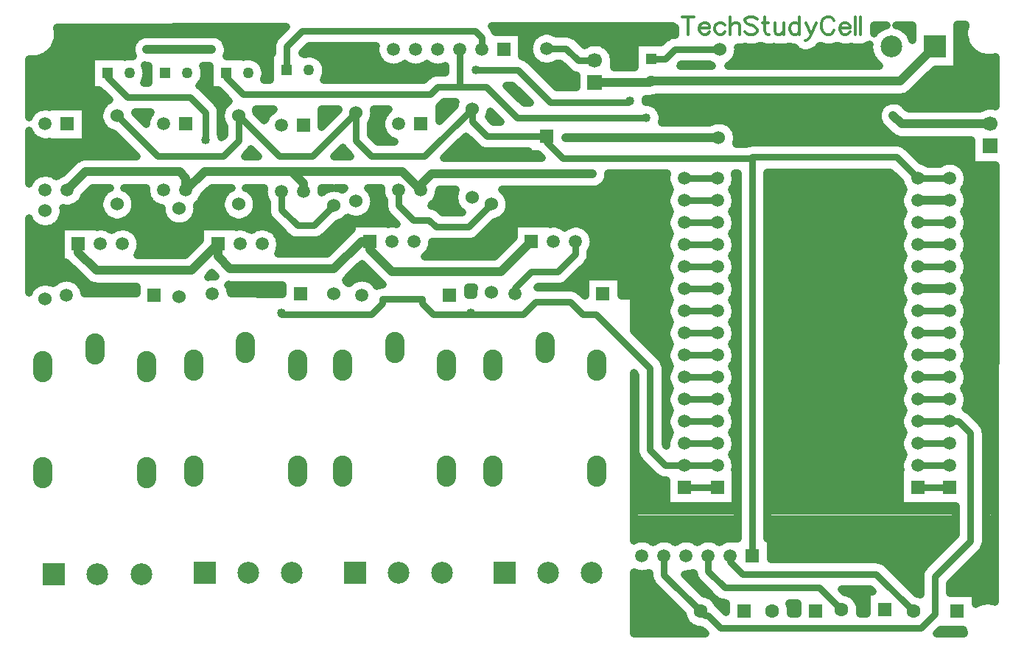
<source format=gbr>
G04 DipTrace 4.0.0.5*
G04 1 - Top.gbr*
%MOMM*%
G04 #@! TF.FileFunction,Copper,L1,Top*
G04 #@! TF.Part,Single*
G04 #@! TA.AperFunction,Conductor*
%ADD15C,0.989*%
%ADD16C,0.789*%
G04 #@! TA.AperFunction,CopperBalancing*
%ADD18C,0.935*%
G04 #@! TA.AperFunction,ComponentPad*
%ADD22R,1.5X1.5*%
%ADD23C,1.5*%
%ADD24R,1.7X1.7*%
%ADD25C,1.7*%
%ADD26R,2.5X2.5*%
%ADD27C,2.5*%
%ADD28C,1.27*%
%ADD29R,1.27X1.27*%
%ADD30O,2.2X3.6*%
%ADD31C,1.524*%
%ADD32C,1.524*%
%ADD33R,1.6X1.6*%
%ADD34C,1.6*%
%ADD35C,1.5*%
G04 #@! TA.AperFunction,ViaPad*
%ADD36C,1.016*%
%ADD74C,0.31373*%
%FSLAX35Y35*%
G04*
G71*
G90*
G75*
G01*
G04 Top*
%LPD*%
X469803Y-2587587D2*
D15*
X-1283420D1*
Y-2587550D1*
X-6889750Y-3810000D2*
Y-3905253D1*
X-6683377Y-4111627D1*
X-5588000D1*
X-5286373Y-3810000D1*
X2476500Y-2333623D2*
X2571750Y-2428873D1*
X3587750D1*
X-6100520Y-1571620D2*
X-5355710D1*
X2756190Y-4324067D2*
X3121303D1*
X2756190Y-3308067D2*
X3121303D1*
X-3540123Y-3778250D2*
Y-3873503D1*
X-3286127Y-4127500D1*
X-2032000D1*
X-1682750Y-3778250D1*
X-5286373Y-3810000D2*
Y-3952880D1*
X-5143503Y-4095750D1*
X-3952873D1*
X-3635373Y-3778250D1*
X-3540123D1*
X-2952750Y-3190877D2*
X-3166107Y-2977520D1*
X-4436107D1*
X-5438147D1*
X-5651500Y-3190873D1*
X-952500Y-1952627D2*
X-317500D1*
X-301623Y-1936750D1*
X-5651500Y-3190873D2*
Y-3052520D1*
X-5726500Y-2977520D1*
X-6803397D1*
X-7016750Y-3190873D1*
X-301623Y-1936750D2*
X2555873D1*
X2952750Y-1539873D1*
X-4302127Y-3206750D2*
Y-3111500D1*
X-4436107Y-2977520D1*
X-2952750Y-3190877D2*
Y-3127373D1*
X-2825750Y-3000373D1*
X-984250D1*
X454303Y-6356067D2*
D16*
X73307D1*
X-5426800Y-2610570D2*
Y-2296870D1*
X-5604600Y-2119070D1*
X-6326430D1*
X-6556377Y-1889123D1*
Y-1841503D1*
X-2381250Y-4603750D2*
Y-4619627D1*
X-2809873D1*
X-2937103Y-4492397D1*
Y-4445000D1*
X-3397747D1*
Y-4493120D1*
X-3524250Y-4619623D1*
X-4556127D1*
Y-4603750D1*
X73307Y-6356067D2*
X-140050D1*
X-317850Y-6178267D1*
Y-5238403D1*
X-936630Y-4619627D1*
X-1095373D1*
X-1238250Y-4476750D1*
X-1635123D1*
X-1778000Y-4619627D1*
X-2381250D1*
X73307Y-6102067D2*
X454303D1*
X-551650Y-2166250D2*
X-563000Y-2177600D1*
X-1467110D1*
X-1833630Y-1811080D1*
X-2319100D1*
X454303Y-5848067D2*
X73307D1*
X-4556127Y-3206750D2*
Y-3413123D1*
X-4372600Y-3596650D1*
X-4184023D1*
X-3952873Y-3365500D1*
X-1870250Y-4381500D2*
Y-4315000D1*
X-1682750Y-4127500D1*
X-1381123D1*
X-1174750Y-3921127D1*
Y-3778250D1*
X482697Y-1571667D2*
X-36317D1*
X-147400Y-1682750D1*
X-301623D1*
X3121303Y-3054067D2*
X2756190D1*
X-5048250Y-2333627D2*
Y-2621920D1*
X-5226050Y-2799720D1*
X-5979153D1*
X-6445250Y-2333623D1*
X-3698873Y-2301877D2*
X-4196717Y-2799720D1*
X-4582157D1*
X-5048250Y-2333627D1*
X-2365373Y-2254250D2*
X-2910843Y-2799720D1*
X-3521073D1*
X-3698873Y-2621920D1*
Y-2301877D1*
X-1508127Y-2568750D2*
X-2193750D1*
X-2365373Y-2397127D1*
Y-2254250D1*
X2756190Y-3054067D2*
X2512000Y-2809877D1*
X857250D1*
Y-2825750D1*
X-1317623D1*
X-1508127Y-2635247D1*
Y-2568750D1*
X857250Y-7397753D2*
Y-2825750D1*
X-1508127Y-1558750D2*
X-1282877D1*
X-1143000Y-1698627D1*
X-952500D1*
X-3206750Y-3190877D2*
Y-3365500D1*
X-3039830Y-3532420D1*
X-2858460D1*
X-2779080Y-3611800D1*
X-2405297D1*
X-2143123Y-3349627D1*
X454303Y-5086067D2*
X73307D1*
X-362500Y-2355400D2*
X-1843280D1*
X-2198450Y-2000230D1*
X-2508250D1*
X-2759350D1*
X-2846440Y-2087320D1*
X-4992930D1*
X-5191123Y-1889127D1*
Y-1841503D1*
X-2508250Y-2000230D2*
Y-1571627D1*
X73307Y-4832067D2*
X454303D1*
X-2254250Y-1571627D2*
Y-1433270D1*
X-2329250Y-1358270D1*
X-4314820D1*
X-4492623Y-1536073D1*
Y-1809753D1*
X73307Y-4578067D2*
X454303D1*
Y-3816067D2*
X73307D1*
X603250Y-7397753D2*
Y-7461250D1*
X746123Y-7604127D1*
X2278127D1*
X2706750Y-8032750D1*
X454303Y-6610067D2*
X73307D1*
X454303Y-5594067D2*
X73307D1*
X454303Y-5340067D2*
X73307D1*
X454303Y-4324067D2*
X73307D1*
X349250Y-7397753D2*
Y-7572377D1*
X539750Y-7762877D1*
X1627253D1*
X1881250Y-8016873D1*
X454303Y-4070067D2*
X73307D1*
X454303Y-3562067D2*
X73307D1*
X454303Y-3308067D2*
X73307D1*
X454303Y-3054067D2*
X73307D1*
X2756190Y-6610067D2*
X2969540D1*
X3121303D1*
Y-6356067D2*
X2756190D1*
X3121303Y-6102067D2*
X2756190D1*
X3121303Y-5848067D2*
X2756190D1*
X3228693D1*
X3365500Y-5984873D1*
Y-7223127D1*
X2952750Y-7635877D1*
Y-8064500D1*
X2794000Y-8223250D1*
X492127D1*
X349250Y-8080373D1*
X309623D1*
X262000Y-8032750D1*
X-158750Y-7397753D2*
Y-7612000D1*
X262000Y-8032750D1*
X3121303Y-5594067D2*
X2756190D1*
X3121303Y-5340067D2*
X2756190D1*
X3121303Y-5086067D2*
X2756190D1*
X3121303Y-4832067D2*
X2756190D1*
X3121303Y-4578067D2*
X2756190D1*
X3121303Y-4070067D2*
X2756190D1*
X3121303Y-3816067D2*
X2756190D1*
X3121303Y-3562067D2*
X2756190D1*
D36*
X-984250Y-3000373D3*
X-1283420Y-2587550D3*
X2476500Y-2333623D3*
X-5355710Y-1571620D3*
X-6100520D3*
X-5426800Y-2610570D3*
X-4556127Y-4603750D3*
X-2381250D3*
X-2319100Y-1811080D3*
X-551650Y-2166250D3*
X-362500Y-2355400D3*
X-7119660Y-1378167D2*
D18*
X-4586003D1*
X-1784303D2*
X-1617883D1*
X-1398390D2*
X-41153D1*
X3218740D2*
X3277283D1*
X-7128910Y-1471333D2*
X-6262267D1*
X-5193977D2*
X-4660333D1*
X-1784303D2*
X-1704700D1*
X-1119027D2*
X-187260D1*
X3218740D2*
X3291913D1*
X-7173390Y-1564500D2*
X-6292163D1*
X-5164080D2*
X-4673047D1*
X-4269757D2*
X-3486100D1*
X-1784303D2*
X-1724023D1*
X-773040D2*
X-506087D1*
X699740D2*
X1342260D1*
X1604090D2*
X2187957D1*
X3218740D2*
X3344050D1*
X-7288463Y-1657667D2*
X-6760833D1*
X-4862387D2*
X-4697110D1*
X-4107017D2*
X-3467460D1*
X-1748573D2*
X-1698867D1*
X-730427D2*
X-506087D1*
X681240D2*
X2215390D1*
X3218740D2*
X3492617D1*
X-7452753Y-1750833D2*
X-6760833D1*
X-4755017D2*
X-4697110D1*
X-4043260D2*
X-3382423D1*
X-3158053D2*
X-3128443D1*
X-2904073D2*
X-2874420D1*
X-1642617D2*
X-1593593D1*
X-1422637D2*
X-1342077D1*
X-726510D2*
X-506087D1*
X35790D2*
X368047D1*
X597340D2*
X2297283D1*
X3218740D2*
X3641640D1*
X-7452753Y-1844000D2*
X-6760833D1*
X-5431183D2*
X-5395607D1*
X-4732687D2*
X-4697110D1*
X-4037200D2*
X-2838373D1*
X-1549420D2*
X-1242547D1*
X2914037D2*
X3641413D1*
X-7452753Y-1937167D2*
X-6760833D1*
X-6122980D2*
X-6094103D1*
X-5456203D2*
X-5395607D1*
X-1456267D2*
X-1178470D1*
X2820887D2*
X3641230D1*
X-7452753Y-2030333D2*
X-6760833D1*
X-5442077D2*
X-5395607D1*
X-1917057D2*
X-1865663D1*
X2727690D2*
X3641003D1*
X-7452753Y-2123500D2*
X-6573300D1*
X-5348880D2*
X-5208027D1*
X-1823903D2*
X-1772467D1*
X-235733D2*
X3640773D1*
X-7452753Y-2216667D2*
X-6626393D1*
X-5266347D2*
X-5229400D1*
X-2725153D2*
X-2579110D1*
X-234687D2*
X2327137D1*
X2625837D2*
X3534910D1*
X-6800787Y-2309833D2*
X-6661073D1*
X-6217773D2*
X-6083710D1*
X-4820780D2*
X-4721947D1*
X-4086143D2*
X-3958100D1*
X-3481847D2*
X-3384973D1*
X-2736777D2*
X-2672213D1*
X-176533D2*
X2286303D1*
X-6800787Y-2403000D2*
X-6650503D1*
X-4086143D2*
X-4051297D1*
X-3507960D2*
X-3421113D1*
X-177037D2*
X364947D1*
X574643D2*
X2298423D1*
X-6800787Y-2496167D2*
X-6584103D1*
X-3518443D2*
X-3411453D1*
X665790D2*
X2373620D1*
X-7452753Y-2589333D2*
X-7410293D1*
X-6800787D2*
X-6440820D1*
X-3480160D2*
X-3346283D1*
X686980D2*
X2478483D1*
X-7452753Y-2682500D2*
X-6347670D1*
X-2542360D2*
X-2331283D1*
X2635543D2*
X3361777D1*
X-7452753Y-2775667D2*
X-6254473D1*
X-4950707D2*
X-4857480D1*
X-3921397D2*
X-3796407D1*
X-2635513D2*
X-1618977D1*
X2729057D2*
X3361777D1*
X-7452753Y-2868833D2*
X-6960123D1*
X2857073D2*
X3020390D1*
X3222203D2*
X3361777D1*
X-7452753Y-2962000D2*
X-7053320D1*
X3315627D2*
X3638907D1*
X-800883Y-3055167D2*
X-142643D1*
X1037663D2*
X2506010D1*
X3337273D2*
X3638723D1*
X-868193Y-3148333D2*
X-119903D1*
X647513D2*
X676850D1*
X1037663D2*
X2562973D1*
X3314533D2*
X3638497D1*
X-6801970Y-3241500D2*
X-6632090D1*
X-6258423D2*
X-6115157D1*
X-5436697D2*
X-5235097D1*
X-4861430D2*
X-4769160D1*
X-3496247D2*
X-3416420D1*
X-2743063D2*
X-2580567D1*
X-1956293D2*
X-131660D1*
X1037663D2*
X2551217D1*
X3326247D2*
X3638313D1*
X-6859027Y-3334667D2*
X-6661893D1*
X-6228617D2*
X-6063203D1*
X-5493753D2*
X-5264903D1*
X-4831627D2*
X-4736530D1*
X-3482393D2*
X-3387163D1*
X-2795017D2*
X-2572317D1*
X-1926490D2*
X-140957D1*
X1037663D2*
X2541920D1*
X3335543D2*
X3638087D1*
X-7053580Y-3427833D2*
X-6647130D1*
X-6243337D2*
X-5945763D1*
X-5515950D2*
X-5250137D1*
X-4846347D2*
X-4735893D1*
X-3513157D2*
X-3375403D1*
X-2711757D2*
X-2510203D1*
X-1941210D2*
X-104407D1*
X632020D2*
X676850D1*
X1037663D2*
X2578470D1*
X3299037D2*
X3637857D1*
X-7075043Y-3521000D2*
X-6572163D1*
X-6318350D2*
X-5907163D1*
X-5554550D2*
X-5175170D1*
X-4921360D2*
X-4698250D1*
X-3805643D2*
X-3752157D1*
X-3645590D2*
X-3302533D1*
X-2016223D2*
X-138543D1*
X1037663D2*
X2544337D1*
X3333173D2*
X3637677D1*
X-7452753Y-3614167D2*
X-7374473D1*
X-7167057D2*
X-7105730D1*
X-6560527D2*
X-6457000D1*
X-6306503D2*
X-5502337D1*
X-4957133D2*
X-4853607D1*
X-4703157D2*
X-4606373D1*
X-3950247D2*
X-3756073D1*
X-2156403D2*
X-1898703D1*
X-1039823D2*
X-135990D1*
X1037663D2*
X2546887D1*
X3330573D2*
X3637447D1*
X-7452753Y-3707333D2*
X-7105730D1*
X-6193070D2*
X-5502337D1*
X-4589723D2*
X-4513177D1*
X-4043443D2*
X-3829857D1*
X-2249557D2*
X-1898703D1*
X-971327D2*
X-111747D1*
X639357D2*
X676850D1*
X1037663D2*
X2571133D1*
X3306330D2*
X3637267D1*
X-7452753Y-3800500D2*
X-7105730D1*
X-6166000D2*
X-5542307D1*
X-4562610D2*
X-3923053D1*
X-2817350D2*
X-1970437D1*
X-959980D2*
X-142097D1*
X1037663D2*
X2540827D1*
X3336680D2*
X3637037D1*
X-7452753Y-3893667D2*
X-7105730D1*
X-6183457D2*
X-5635457D1*
X-4580110D2*
X-4016203D1*
X-2851390D2*
X-2063587D1*
X-994023D2*
X-127560D1*
X1037663D2*
X2555363D1*
X3322143D2*
X3636857D1*
X-7452753Y-3986833D2*
X-7105730D1*
X-1007467D2*
X-125143D1*
X1037663D2*
X2557733D1*
X3319773D2*
X3636627D1*
X-7452753Y-4080000D2*
X-6980403D1*
X-3671703D2*
X-3599030D1*
X-1082343D2*
X-142417D1*
X1037663D2*
X2540463D1*
X3337047D2*
X3636400D1*
X-7452753Y-4173167D2*
X-6887253D1*
X-5384107D2*
X-5331530D1*
X-3764857D2*
X-3505880D1*
X-1175493D2*
X-115117D1*
X642730D2*
X676850D1*
X1037663D2*
X2567760D1*
X3309703D2*
X3636217D1*
X-7452753Y-4266333D2*
X-7386230D1*
X-6860533D2*
X-6786810D1*
X-3463253D2*
X-3411727D1*
X-1271833D2*
X-1076203D1*
X-644297D2*
X-134440D1*
X1037663D2*
X2548437D1*
X3329027D2*
X3635990D1*
X-6817147Y-4359500D2*
X-6235607D1*
X-5132087D2*
X-4552827D1*
X-2406417D2*
X-2360223D1*
X-644297D2*
X-139590D1*
X1037663D2*
X2543287D1*
X3334220D2*
X3635807D1*
X-499510Y-4452667D2*
X-100260D1*
X627873D2*
X676850D1*
X1037663D2*
X2582617D1*
X3294890D2*
X3635580D1*
X-499510Y-4545833D2*
X-140137D1*
X1037663D2*
X2542740D1*
X3334723D2*
X3635397D1*
X-499510Y-4639000D2*
X-133483D1*
X1037663D2*
X2549393D1*
X3328067D2*
X3635170D1*
X-499510Y-4732167D2*
X-116893D1*
X644507D2*
X676850D1*
X1037663D2*
X2565983D1*
X3311527D2*
X3634940D1*
X-479640Y-4825333D2*
X-142553D1*
X1037663D2*
X2540327D1*
X3337183D2*
X3634760D1*
X-386490Y-4918500D2*
X-123730D1*
X1037663D2*
X2559147D1*
X3318317D2*
X3634530D1*
X-293293Y-5011667D2*
X-128790D1*
X1037663D2*
X2554087D1*
X3323420D2*
X3634350D1*
X-200140Y-5104833D2*
X-141823D1*
X1037663D2*
X2541053D1*
X3336407D2*
X3634120D1*
X-142263Y-5198000D2*
X-109740D1*
X637307D2*
X676850D1*
X1037663D2*
X2573183D1*
X3304323D2*
X3633940D1*
X1037663Y-5291167D2*
X2546067D1*
X3331393D2*
X3633710D1*
X1037663Y-5384333D2*
X2545020D1*
X3332490D2*
X3633483D1*
X-137433Y-5477500D2*
X-106640D1*
X634253D2*
X676850D1*
X1037663D2*
X2576237D1*
X3301270D2*
X3633300D1*
X1037663Y-5570667D2*
X2541557D1*
X3335953D2*
X3633073D1*
X1037663Y-5663833D2*
X2552357D1*
X3325150D2*
X3632890D1*
X1037663Y-5757000D2*
X2561380D1*
X3388907D2*
X3632663D1*
X1037663Y-5850167D2*
X2540233D1*
X3482060D2*
X3632433D1*
X647013Y-5943333D2*
X676850D1*
X1037663D2*
X2563477D1*
X3540803D2*
X3632253D1*
X1037663Y-6036500D2*
X2550897D1*
X3545907D2*
X3632023D1*
X1037663Y-6129667D2*
X2542057D1*
X3545907D2*
X3631843D1*
X631290Y-6222833D2*
X676850D1*
X1037663D2*
X2579200D1*
X3545907D2*
X3631613D1*
X-499510Y-6316000D2*
X-431393D1*
X1037663D2*
X2544153D1*
X3545907D2*
X3631433D1*
X-499510Y-6409167D2*
X-338243D1*
X1037663D2*
X2540233D1*
X3545907D2*
X3631203D1*
X-499510Y-6502333D2*
X-238120D1*
X1037663D2*
X2540233D1*
X3545907D2*
X3630977D1*
X-499510Y-6595500D2*
X-142643D1*
X1037663D2*
X2540233D1*
X3545907D2*
X3630793D1*
X-499510Y-6688667D2*
X-142643D1*
X1037663D2*
X2540233D1*
X3545907D2*
X3630567D1*
X-499510Y-6781833D2*
X-142643D1*
X1037663D2*
X2540233D1*
X3545907D2*
X3630383D1*
X-499510Y-6875000D2*
X676850D1*
X1037663D2*
X3185090D1*
X3545907D2*
X3630157D1*
X-499510Y-6968167D2*
X676850D1*
X1037663D2*
X3185090D1*
X3545907D2*
X3629973D1*
X-499510Y-7061333D2*
X676850D1*
X1037663D2*
X3185090D1*
X3545907D2*
X3629747D1*
X-499510Y-7154500D2*
X676850D1*
X1037663D2*
X3182857D1*
X3545907D2*
X3629517D1*
X1073210Y-7247667D2*
X3089660D1*
X3544130D2*
X3629337D1*
X1073210Y-7340833D2*
X2996510D1*
X3498967D2*
X3629107D1*
X2305413Y-7434000D2*
X2903360D1*
X3405907D2*
X3628927D1*
X2452430Y-7527167D2*
X2811303D1*
X3312757D2*
X3628697D1*
X-499510Y-7620333D2*
X-338973D1*
X100867D2*
X175683D1*
X2545627D2*
X2773020D1*
X3219560D2*
X3628517D1*
X-499510Y-7713500D2*
X-305793D1*
X194020D2*
X239077D1*
X2638777D2*
X2772337D1*
X3133153D2*
X3628287D1*
X-499510Y-7806667D2*
X-215377D1*
X287217D2*
X332273D1*
X1922327D2*
X2160293D1*
X2731930D2*
X2772337D1*
X3133153D2*
X3628060D1*
X-499510Y-7899833D2*
X-122180D1*
X2066930D2*
X2160293D1*
X3427737D2*
X3627877D1*
X-499510Y-7993000D2*
X-29030D1*
X1304723D2*
X1366550D1*
X2100880D2*
X2160293D1*
X-499510Y-8086167D2*
X47897D1*
X-499510Y-8179333D2*
X100033D1*
X-499510Y-8272500D2*
X290117D1*
X2996023D2*
X3273137D1*
X-4543493Y-4380057D2*
Y-4276833D1*
X-5143503Y-4276820D1*
X-5166793Y-4275313D1*
X-5169023Y-4276327D1*
X-5158367Y-4296903D1*
X-5150080Y-4318540D1*
X-5144267Y-4340970D1*
X-5141003Y-4363910D1*
X-5140430Y-4377327D1*
X-4543513Y-4380040D1*
X-5403327Y-4183020D2*
X-5387403Y-4178893D1*
X-5364463Y-4175630D1*
X-5341303Y-4174957D1*
X-5318460Y-4176857D1*
X-5357800Y-4137523D1*
X-5402940Y-4182640D1*
X-2415757Y-4308583D2*
Y-4389747D1*
X-2349520Y-4390057D1*
X-2349640Y-4388880D1*
X-2350943Y-4365610D1*
X-2349633Y-4342343D1*
X-2345730Y-4319367D1*
X-2342623Y-4308587D1*
X-2415773Y-4308570D1*
X-2193667Y-2739820D2*
X-1714747Y-2739800D1*
Y-2775370D1*
X-1609933D1*
X-1565997Y-2819303D1*
X-2688510Y-2819317D1*
X-2436817Y-2567613D1*
X-2314170Y-2690257D1*
X-2296530Y-2705503D1*
X-2276983Y-2718207D1*
X-2255887Y-2728137D1*
X-2233637Y-2735107D1*
X-2210623Y-2738983D1*
X-2193667Y-2739820D1*
X2633010Y-2688957D2*
X2795557Y-2851507D1*
X2802313Y-2852660D1*
X2824573Y-2859090D1*
X2845973Y-2867973D1*
X2866247Y-2879197D1*
X2871577Y-2882983D1*
X3005440Y-2882997D1*
X3011503Y-2879037D1*
X3031790Y-2867843D1*
X3053203Y-2858993D1*
X3075473Y-2852593D1*
X3098320Y-2848730D1*
X3121453Y-2847447D1*
X3144587Y-2848763D1*
X3167427Y-2852660D1*
X3189687Y-2859090D1*
X3211087Y-2867973D1*
X3231360Y-2879197D1*
X3250247Y-2892620D1*
X3267513Y-2908070D1*
X3282940Y-2925360D1*
X3296333Y-2944267D1*
X3307527Y-2964553D1*
X3316377Y-2985967D1*
X3322777Y-3008237D1*
X3326640Y-3031083D1*
X3327923Y-3054067D1*
X3326607Y-3077350D1*
X3322710Y-3100190D1*
X3316280Y-3122450D1*
X3307397Y-3143850D1*
X3296173Y-3164123D1*
X3284207Y-3180963D1*
X3296333Y-3198267D1*
X3307527Y-3218553D1*
X3316377Y-3239967D1*
X3322777Y-3262237D1*
X3326640Y-3285083D1*
X3327923Y-3308067D1*
X3326607Y-3331350D1*
X3322710Y-3354190D1*
X3316280Y-3376450D1*
X3307397Y-3397850D1*
X3296173Y-3418123D1*
X3284207Y-3434963D1*
X3296333Y-3452267D1*
X3307527Y-3472553D1*
X3316377Y-3493967D1*
X3322777Y-3516237D1*
X3326640Y-3539083D1*
X3327923Y-3562067D1*
X3326607Y-3585350D1*
X3322710Y-3608190D1*
X3316280Y-3630450D1*
X3307397Y-3651850D1*
X3296173Y-3672123D1*
X3284207Y-3688963D1*
X3296333Y-3706267D1*
X3307527Y-3726553D1*
X3316377Y-3747967D1*
X3322777Y-3770237D1*
X3326640Y-3793083D1*
X3327923Y-3816067D1*
X3326607Y-3839350D1*
X3322710Y-3862190D1*
X3316280Y-3884450D1*
X3307397Y-3905850D1*
X3296173Y-3926123D1*
X3284207Y-3942963D1*
X3296333Y-3960267D1*
X3307527Y-3980553D1*
X3316377Y-4001967D1*
X3322777Y-4024237D1*
X3326640Y-4047083D1*
X3327923Y-4070067D1*
X3326607Y-4093350D1*
X3322710Y-4116190D1*
X3316280Y-4138450D1*
X3307397Y-4159850D1*
X3296173Y-4180123D1*
X3284207Y-4196963D1*
X3296333Y-4214267D1*
X3307527Y-4234553D1*
X3316377Y-4255967D1*
X3322777Y-4278237D1*
X3326640Y-4301083D1*
X3327923Y-4324067D1*
X3326607Y-4347350D1*
X3322710Y-4370190D1*
X3316280Y-4392450D1*
X3307397Y-4413850D1*
X3296173Y-4434123D1*
X3284207Y-4450963D1*
X3296333Y-4468267D1*
X3307527Y-4488553D1*
X3316377Y-4509967D1*
X3322777Y-4532237D1*
X3326640Y-4555083D1*
X3327923Y-4578067D1*
X3326607Y-4601350D1*
X3322710Y-4624190D1*
X3316280Y-4646450D1*
X3307397Y-4667850D1*
X3296173Y-4688123D1*
X3284207Y-4704963D1*
X3296333Y-4722267D1*
X3307527Y-4742553D1*
X3316377Y-4763967D1*
X3322777Y-4786237D1*
X3326640Y-4809083D1*
X3327923Y-4832067D1*
X3326607Y-4855350D1*
X3322710Y-4878190D1*
X3316280Y-4900450D1*
X3307397Y-4921850D1*
X3296173Y-4942123D1*
X3284207Y-4958963D1*
X3296333Y-4976267D1*
X3307527Y-4996553D1*
X3316377Y-5017967D1*
X3322777Y-5040237D1*
X3326640Y-5063083D1*
X3327923Y-5086067D1*
X3326607Y-5109350D1*
X3322710Y-5132190D1*
X3316280Y-5154450D1*
X3307397Y-5175850D1*
X3296173Y-5196123D1*
X3284207Y-5212963D1*
X3296333Y-5230267D1*
X3307527Y-5250553D1*
X3316377Y-5271967D1*
X3322777Y-5294237D1*
X3326640Y-5317083D1*
X3327923Y-5340067D1*
X3326607Y-5363350D1*
X3322710Y-5386190D1*
X3316280Y-5408450D1*
X3307397Y-5429850D1*
X3296173Y-5450123D1*
X3284207Y-5466963D1*
X3296333Y-5484267D1*
X3307527Y-5504553D1*
X3316377Y-5525967D1*
X3322777Y-5548237D1*
X3326640Y-5571083D1*
X3327923Y-5594067D1*
X3326607Y-5617350D1*
X3322710Y-5640190D1*
X3316280Y-5662450D1*
X3307397Y-5683850D1*
X3302037Y-5693533D1*
X3311927Y-5698610D1*
X3331477Y-5711317D1*
X3349117Y-5726560D1*
X3486410Y-5863853D1*
X3497823Y-5876447D1*
X3511337Y-5895447D1*
X3522140Y-5916107D1*
X3530037Y-5938047D1*
X3534877Y-5960853D1*
X3536570Y-5984107D1*
Y-7223050D1*
X3535733Y-7240023D1*
X3531857Y-7263013D1*
X3524887Y-7285263D1*
X3514957Y-7306360D1*
X3502250Y-7325907D1*
X3487007Y-7343550D1*
X3123833Y-7706723D1*
X3123807Y-7821130D1*
X3418370D1*
X3418367Y-7941927D1*
X3427073Y-7937060D1*
X3448243Y-7927397D1*
X3470127Y-7919493D1*
X3492583Y-7913400D1*
X3515463Y-7909157D1*
X3538613Y-7906790D1*
X3561877Y-7906320D1*
X3585100Y-7907750D1*
X3608133Y-7911063D1*
X3630817Y-7916247D1*
X3637167Y-7918253D1*
X3638077Y-7517597D1*
X3648397Y-2899493D1*
X3371130D1*
Y-2609947D1*
X2571750Y-2609943D1*
X2548480Y-2608443D1*
X2525597Y-2603963D1*
X2503480Y-2596580D1*
X2482497Y-2586417D1*
X2462990Y-2573640D1*
X2445273Y-2558447D1*
X2364113Y-2477310D1*
X2353903Y-2468703D1*
X2337633Y-2451917D1*
X2323647Y-2433190D1*
X2312170Y-2412823D1*
X2303390Y-2391160D1*
X2297457Y-2368550D1*
X2294460Y-2345370D1*
X2294450Y-2321993D1*
X2297433Y-2298810D1*
X2303353Y-2276197D1*
X2312120Y-2254527D1*
X2323583Y-2234157D1*
X2337560Y-2215417D1*
X2353817Y-2198620D1*
X2372087Y-2184040D1*
X2392073Y-2171917D1*
X2413443Y-2162447D1*
X2435850Y-2155790D1*
X2458927Y-2152053D1*
X2482290Y-2151297D1*
X2505557Y-2153533D1*
X2528347Y-2158727D1*
X2550287Y-2166793D1*
X2571017Y-2177597D1*
X2590190Y-2190967D1*
X2607500Y-2206677D1*
X2618293Y-2219343D1*
X2646753Y-2247807D1*
X3468860Y-2247803D1*
X3486167Y-2237550D1*
X3507447Y-2227687D1*
X3529670Y-2220183D1*
X3552573Y-2215130D1*
X3575890Y-2212577D1*
X3599343Y-2212563D1*
X3622663Y-2215087D1*
X3645573Y-2220113D1*
X3649937Y-2221580D1*
X3651073Y-1707610D1*
X3651193Y-1655133D1*
X3646580Y-1656410D1*
X3623893Y-1661583D1*
X3600860Y-1664890D1*
X3577633Y-1666310D1*
X3554370Y-1665830D1*
X3531223Y-1663457D1*
X3508347Y-1659203D1*
X3485890Y-1653100D1*
X3464010Y-1645187D1*
X3442843Y-1635513D1*
X3422540Y-1624150D1*
X3403227Y-1611170D1*
X3385037Y-1596660D1*
X3368090Y-1580713D1*
X3352500Y-1563440D1*
X3338370Y-1544950D1*
X3325793Y-1525373D1*
X3314857Y-1504837D1*
X3305627Y-1483473D1*
X3298170Y-1461433D1*
X3292537Y-1438857D1*
X3288760Y-1415897D1*
X3286870Y-1392703D1*
X3286873Y-1369433D1*
X3288773Y-1346243D1*
X3292560Y-1323283D1*
X3298203Y-1300710D1*
X3303140Y-1286140D1*
X3209380Y-1286387D1*
X3209370Y-1796493D1*
X2952180D1*
X2717767Y-2030927D1*
X2684177Y-2064517D1*
X2671577Y-2076030D1*
X2652717Y-2089747D1*
X2632253Y-2100923D1*
X2610523Y-2109377D1*
X2587887Y-2114967D1*
X2564720Y-2117603D1*
X2555873Y-2117820D1*
X-229013D1*
X-250387Y-2125023D1*
X-273013Y-2129760D1*
X-285677Y-2130877D1*
X-292040Y-2131897D1*
X-315310Y-2133683D1*
X-372523Y-2133700D1*
X-370737Y-2142867D1*
X-369230Y-2166250D1*
X-369670Y-2173137D1*
X-356710Y-2173073D1*
X-333443Y-2175310D1*
X-310653Y-2180503D1*
X-288713Y-2188570D1*
X-267983Y-2199373D1*
X-248810Y-2212743D1*
X-231500Y-2228453D1*
X-216340Y-2246247D1*
X-203583Y-2265833D1*
X-193433Y-2286890D1*
X-186060Y-2309073D1*
X-181587Y-2332017D1*
X-180080Y-2355400D1*
X-181570Y-2378670D1*
X-186030Y-2401617D1*
X-187663Y-2406533D1*
X-23683Y-2406517D1*
X368473Y-2406513D1*
X379650Y-2400340D1*
X401180Y-2391423D1*
X423577Y-2384973D1*
X446550Y-2381070D1*
X469820Y-2379767D1*
X493090Y-2381073D1*
X516063Y-2384980D1*
X538457Y-2391433D1*
X559987Y-2400353D1*
X580383Y-2411627D1*
X599390Y-2425117D1*
X616767Y-2440647D1*
X632293Y-2458023D1*
X645780Y-2477033D1*
X657050Y-2497430D1*
X665967Y-2518963D1*
X672417Y-2541357D1*
X676320Y-2564333D1*
X677623Y-2587587D1*
X676317Y-2610870D1*
X672410Y-2633847D1*
X666403Y-2654687D1*
X785303Y-2654680D1*
X799680Y-2648783D1*
X822120Y-2642453D1*
X845233Y-2639230D1*
X857317Y-2638807D1*
X2512000D1*
X2535260Y-2640397D1*
X2558090Y-2645133D1*
X2580063Y-2652930D1*
X2600770Y-2663643D1*
X2619847Y-2677087D1*
X2633010Y-2688957D1*
X2696130Y-1458503D2*
Y-1287860D1*
X2578997Y-1288173D1*
X2503823Y-1288387D1*
X2516057Y-1291183D1*
X2527293Y-1294320D1*
X2538377Y-1297960D1*
X2549283Y-1302103D1*
X2559990Y-1306733D1*
X2570473Y-1311850D1*
X2580713Y-1317433D1*
X2600413Y-1329993D1*
X2618887Y-1344290D1*
X2635983Y-1360207D1*
X2651560Y-1377613D1*
X2665493Y-1396367D1*
X2677660Y-1416307D1*
X2687967Y-1437270D1*
X2696133Y-1458593D1*
X2250230Y-1382590D2*
X2253667Y-1377950D1*
X2269213Y-1360517D1*
X2286283Y-1344570D1*
X2304733Y-1330243D1*
X2324410Y-1317650D1*
X2345150Y-1306900D1*
X2355850Y-1302253D1*
X2366747Y-1298093D1*
X2377823Y-1294433D1*
X2389057Y-1291283D1*
X2400277Y-1288680D1*
X2250210Y-1289103D1*
X2250230Y-1382287D1*
X3287650Y-8287627D2*
X3282297Y-8271807D1*
X3276663Y-8249230D1*
X3275863Y-8244363D1*
X3014800Y-8244370D1*
X2971557Y-8287623D1*
X3287427D1*
X-6108650Y-1864780D2*
X-6112763Y-1887530D1*
X-6119537Y-1909633D1*
X-6128880Y-1930780D1*
X-6139080Y-1948013D1*
X-6084737Y-1948000D1*
X-6084743Y-1753367D1*
X-6098990Y-1754033D1*
X-6122330Y-1752730D1*
X-6129310Y-1751433D1*
X-6128693Y-1752587D1*
X-6119397Y-1773750D1*
X-6112667Y-1795870D1*
X-6108603Y-1818627D1*
X-6107257Y-1841503D1*
X-6108650Y-1864780D1*
X-5255730Y-2321973D2*
X-5255227Y-2314907D1*
X-5254753Y-2310263D1*
X-5254177Y-2305633D1*
X-5253497Y-2301017D1*
X-5252710Y-2296417D1*
X-5251823Y-2291833D1*
X-5250833Y-2287273D1*
X-5249743Y-2282737D1*
X-5248550Y-2278223D1*
X-5247253Y-2273740D1*
X-5245860Y-2269287D1*
X-5244367Y-2264867D1*
X-5242773Y-2260480D1*
X-5241080Y-2256133D1*
X-5239293Y-2251823D1*
X-5228933Y-2230947D1*
X-5216300Y-2211363D1*
X-5201553Y-2193317D1*
X-5184880Y-2177033D1*
X-5166487Y-2162720D1*
X-5162120Y-2160047D1*
X-5285550Y-2036623D1*
X-5386243D1*
Y-1752683D1*
X-5461897Y-1752690D1*
X-5452643Y-1773750D1*
X-5445913Y-1795870D1*
X-5441850Y-1818627D1*
X-5440503Y-1841503D1*
X-5441897Y-1864780D1*
X-5446010Y-1887530D1*
X-5452783Y-1909633D1*
X-5462127Y-1930780D1*
X-5473903Y-1950673D1*
X-5487950Y-1969033D1*
X-5501283Y-1982740D1*
X-5496753Y-1986280D1*
X-5483593Y-1998150D1*
X-5305837Y-2175907D1*
X-5290510Y-2193477D1*
X-5277717Y-2212970D1*
X-5267693Y-2234020D1*
X-5260627Y-2256237D1*
X-5256643Y-2279233D1*
X-2776987Y-1830073D2*
X-2799983Y-1834057D1*
X-2822200Y-1841123D1*
X-2843250Y-1851147D1*
X-2862743Y-1863940D1*
X-2880317Y-1879263D1*
X-2917290Y-1916250D1*
X-4075327Y-1916263D1*
X-4065127Y-1899030D1*
X-4055783Y-1877883D1*
X-4049010Y-1855780D1*
X-4044897Y-1833030D1*
X-4043503Y-1809753D1*
X-4044850Y-1786877D1*
X-4048913Y-1764120D1*
X-4055643Y-1742000D1*
X-4064940Y-1720837D1*
X-4076677Y-1700917D1*
X-4090687Y-1682527D1*
X-4106773Y-1665923D1*
X-4124710Y-1651340D1*
X-4144243Y-1638977D1*
X-4165103Y-1629013D1*
X-4186997Y-1621587D1*
X-4209617Y-1616803D1*
X-4232640Y-1614727D1*
X-4255747Y-1615387D1*
X-4278617Y-1618777D1*
X-4297503Y-1623917D1*
Y-1614633D1*
X-4321553Y-1614627D1*
X-4321540Y-1606920D1*
X-4243957Y-1529340D1*
X-3472313Y-1529360D1*
X-3475553Y-1548343D1*
X-3476870Y-1571477D1*
X-3475587Y-1594610D1*
X-3471723Y-1617457D1*
X-3465323Y-1639727D1*
X-3456473Y-1661140D1*
X-3445280Y-1681427D1*
X-3431887Y-1700333D1*
X-3416460Y-1717623D1*
X-3399193Y-1733073D1*
X-3380307Y-1746497D1*
X-3360033Y-1757720D1*
X-3338633Y-1766603D1*
X-3316373Y-1773033D1*
X-3293533Y-1776930D1*
X-3270400Y-1778247D1*
X-3247267Y-1776963D1*
X-3224420Y-1773100D1*
X-3202150Y-1766700D1*
X-3180737Y-1757850D1*
X-3160450Y-1746657D1*
X-3143147Y-1734530D1*
X-3126307Y-1746497D1*
X-3106033Y-1757720D1*
X-3084633Y-1766603D1*
X-3062373Y-1773033D1*
X-3039533Y-1776930D1*
X-3016400Y-1778247D1*
X-2993267Y-1776963D1*
X-2970420Y-1773100D1*
X-2948150Y-1766700D1*
X-2926737Y-1757850D1*
X-2906450Y-1746657D1*
X-2889147Y-1734530D1*
X-2872307Y-1746497D1*
X-2852033Y-1757720D1*
X-2830633Y-1766603D1*
X-2808373Y-1773033D1*
X-2785533Y-1776930D1*
X-2762400Y-1778247D1*
X-2739267Y-1776963D1*
X-2716420Y-1773100D1*
X-2694150Y-1766700D1*
X-2679323Y-1760573D1*
X-2679340Y-1829160D1*
X-2759290D1*
X-2776987Y-1830073D1*
X-156927Y-6526300D2*
X-179940Y-6522420D1*
X-202187Y-6515453D1*
X-223283Y-6505523D1*
X-242833Y-6492817D1*
X-260473Y-6477570D1*
X-438773Y-6299273D1*
X-450173Y-6286690D1*
X-463687Y-6267693D1*
X-474490Y-6247030D1*
X-482387Y-6225093D1*
X-487227Y-6202287D1*
X-488917Y-6179033D1*
X-488920Y-5309280D1*
X-508867Y-5289317D1*
X-508873Y-7214853D1*
X-508860Y-7215170D1*
X-502263Y-7211530D1*
X-480850Y-7202680D1*
X-458580Y-7196280D1*
X-435733Y-7192417D1*
X-412600Y-7191133D1*
X-389467Y-7192450D1*
X-366627Y-7196347D1*
X-344367Y-7202777D1*
X-322967Y-7211660D1*
X-302693Y-7222883D1*
X-285853Y-7234850D1*
X-285667D1*
X-268550Y-7222723D1*
X-248263Y-7211530D1*
X-226850Y-7202680D1*
X-204580Y-7196280D1*
X-181733Y-7192417D1*
X-158600Y-7191133D1*
X-135467Y-7192450D1*
X-112627Y-7196347D1*
X-90367Y-7202777D1*
X-68967Y-7211660D1*
X-48693Y-7222883D1*
X-31853Y-7234850D1*
X-31667D1*
X-14550Y-7222723D1*
X5737Y-7211530D1*
X27150Y-7202680D1*
X49420Y-7196280D1*
X72267Y-7192417D1*
X95400Y-7191133D1*
X118533Y-7192450D1*
X141373Y-7196347D1*
X163633Y-7202777D1*
X185033Y-7211660D1*
X205307Y-7222883D1*
X222147Y-7234850D1*
X222333D1*
X239450Y-7222723D1*
X259737Y-7211530D1*
X281150Y-7202680D1*
X303420Y-7196280D1*
X326267Y-7192417D1*
X349400Y-7191133D1*
X372533Y-7192450D1*
X395373Y-7196347D1*
X417633Y-7202777D1*
X439033Y-7211660D1*
X459307Y-7222883D1*
X476147Y-7234850D1*
X476333D1*
X493450Y-7222723D1*
X513737Y-7211530D1*
X535150Y-7202680D1*
X557420Y-7196280D1*
X580267Y-7192417D1*
X603400Y-7191133D1*
X626533Y-7192450D1*
X649373Y-7196347D1*
X650613Y-7196707D1*
X650630Y-7191133D1*
X686200D1*
X686180Y-7047760D1*
Y-2996807D1*
X652493Y-2996800D1*
X655943Y-3008970D1*
X659723Y-3031830D1*
X660923Y-3054067D1*
X659607Y-3077350D1*
X655710Y-3100190D1*
X649280Y-3122450D1*
X640397Y-3143850D1*
X629173Y-3164123D1*
X617207Y-3180963D1*
X617227Y-3181117D1*
X629733Y-3198903D1*
X640853Y-3219233D1*
X649627Y-3240677D1*
X655943Y-3262970D1*
X659723Y-3285830D1*
X660923Y-3308067D1*
X659607Y-3331350D1*
X655710Y-3354190D1*
X649280Y-3376450D1*
X640397Y-3397850D1*
X629173Y-3418123D1*
X617207Y-3434963D1*
X617227Y-3435117D1*
X629733Y-3452903D1*
X640853Y-3473233D1*
X649627Y-3494677D1*
X655943Y-3516970D1*
X659723Y-3539830D1*
X660923Y-3562067D1*
X659607Y-3585350D1*
X655710Y-3608190D1*
X649280Y-3630450D1*
X640397Y-3651850D1*
X629173Y-3672123D1*
X617207Y-3688963D1*
X617227Y-3689117D1*
X629733Y-3706903D1*
X640853Y-3727233D1*
X649627Y-3748677D1*
X655943Y-3770970D1*
X659723Y-3793830D1*
X660923Y-3816067D1*
X659607Y-3839350D1*
X655710Y-3862190D1*
X649280Y-3884450D1*
X640397Y-3905850D1*
X629173Y-3926123D1*
X617207Y-3942963D1*
X617227Y-3943117D1*
X629733Y-3960903D1*
X640853Y-3981233D1*
X649627Y-4002677D1*
X655943Y-4024970D1*
X659723Y-4047830D1*
X660923Y-4070067D1*
X659607Y-4093350D1*
X655710Y-4116190D1*
X649280Y-4138450D1*
X640397Y-4159850D1*
X629173Y-4180123D1*
X617207Y-4196963D1*
X617227Y-4197117D1*
X629733Y-4214903D1*
X640853Y-4235233D1*
X649627Y-4256677D1*
X655943Y-4278970D1*
X659723Y-4301830D1*
X660923Y-4324067D1*
X659607Y-4347350D1*
X655710Y-4370190D1*
X649280Y-4392450D1*
X640397Y-4413850D1*
X629173Y-4434123D1*
X617207Y-4450963D1*
X617227Y-4451117D1*
X629733Y-4468903D1*
X640853Y-4489233D1*
X649627Y-4510677D1*
X655943Y-4532970D1*
X659723Y-4555830D1*
X660923Y-4578067D1*
X659607Y-4601350D1*
X655710Y-4624190D1*
X649280Y-4646450D1*
X640397Y-4667850D1*
X629173Y-4688123D1*
X617207Y-4704963D1*
X617227Y-4705117D1*
X629733Y-4722903D1*
X640853Y-4743233D1*
X649627Y-4764677D1*
X655943Y-4786970D1*
X659723Y-4809830D1*
X660923Y-4832067D1*
X659607Y-4855350D1*
X655710Y-4878190D1*
X649280Y-4900450D1*
X640397Y-4921850D1*
X629173Y-4942123D1*
X617207Y-4958963D1*
X617227Y-4959117D1*
X629733Y-4976903D1*
X640853Y-4997233D1*
X649627Y-5018677D1*
X655943Y-5040970D1*
X659723Y-5063830D1*
X660923Y-5086067D1*
X659607Y-5109350D1*
X655710Y-5132190D1*
X649280Y-5154450D1*
X640397Y-5175850D1*
X629173Y-5196123D1*
X617207Y-5212963D1*
X617227Y-5213117D1*
X629733Y-5230903D1*
X640853Y-5251233D1*
X649627Y-5272677D1*
X655943Y-5294970D1*
X659723Y-5317830D1*
X660923Y-5340067D1*
X659607Y-5363350D1*
X655710Y-5386190D1*
X649280Y-5408450D1*
X640397Y-5429850D1*
X629173Y-5450123D1*
X617207Y-5466963D1*
X617227Y-5467117D1*
X629733Y-5484903D1*
X640853Y-5505233D1*
X649627Y-5526677D1*
X655943Y-5548970D1*
X659723Y-5571830D1*
X660923Y-5594067D1*
X659607Y-5617350D1*
X655710Y-5640190D1*
X649280Y-5662450D1*
X640397Y-5683850D1*
X629173Y-5704123D1*
X617207Y-5720963D1*
X617227Y-5721117D1*
X629733Y-5738903D1*
X640853Y-5759233D1*
X649627Y-5780677D1*
X655943Y-5802970D1*
X659723Y-5825830D1*
X660923Y-5848067D1*
X659607Y-5871350D1*
X655710Y-5894190D1*
X649280Y-5916450D1*
X640397Y-5937850D1*
X629173Y-5958123D1*
X617207Y-5974963D1*
X617227Y-5975117D1*
X629733Y-5992903D1*
X640853Y-6013233D1*
X649627Y-6034677D1*
X655943Y-6056970D1*
X659723Y-6079830D1*
X660923Y-6102067D1*
X659607Y-6125350D1*
X655710Y-6148190D1*
X649280Y-6170450D1*
X640397Y-6191850D1*
X629173Y-6212123D1*
X617207Y-6228963D1*
X617227Y-6229117D1*
X629733Y-6246903D1*
X640853Y-6267233D1*
X649627Y-6288677D1*
X655943Y-6310970D1*
X659723Y-6333830D1*
X660923Y-6356067D1*
X659607Y-6379350D1*
X655710Y-6402190D1*
X655350Y-6403430D1*
X660923Y-6403447D1*
Y-6816687D1*
X-133313D1*
Y-6527140D1*
X-139970Y-6527137D1*
X-156927Y-6526300D1*
X418740Y-7883793D2*
X228287Y-7693340D1*
X212960Y-7675770D1*
X200167Y-7656277D1*
X190143Y-7635227D1*
X183077Y-7613010D1*
X179093Y-7590013D1*
X178763Y-7586457D1*
X163350Y-7592827D1*
X141080Y-7599227D1*
X118233Y-7603090D1*
X95100Y-7604373D1*
X74383Y-7603193D1*
X294893Y-7823713D1*
X313957Y-7827607D1*
X336207Y-7834567D1*
X357560Y-7843933D1*
X377750Y-7855593D1*
X396537Y-7869400D1*
X413690Y-7885193D1*
X429003Y-7902777D1*
X442287Y-7921937D1*
X453383Y-7942440D1*
X454693Y-7945670D1*
X457097Y-7947583D1*
X470257Y-7959450D1*
X550380Y-8039587D1*
Y-7933950D1*
X539750Y-7933947D1*
X516490Y-7932357D1*
X493660Y-7927620D1*
X471687Y-7919823D1*
X450980Y-7909110D1*
X431903Y-7895667D1*
X418740Y-7883793D1*
X-329823Y-7586700D2*
X-344650Y-7592827D1*
X-366920Y-7599227D1*
X-389767Y-7603090D1*
X-412900Y-7604373D1*
X-436033Y-7603057D1*
X-458873Y-7599160D1*
X-481133Y-7592730D1*
X-502533Y-7583847D1*
X-508890Y-7580327D1*
X-508873Y-8224817D1*
Y-8287640D1*
X214330Y-8287623D1*
X314570D1*
X274813Y-8247867D1*
X269713Y-8246720D1*
X244520Y-8243647D1*
X221423Y-8240443D1*
X198823Y-8234720D1*
X176987Y-8226543D1*
X156183Y-8216017D1*
X136667Y-8203263D1*
X118670Y-8188440D1*
X102413Y-8171727D1*
X88093Y-8153327D1*
X75883Y-8133463D1*
X65933Y-8112380D1*
X58363Y-8090327D1*
X53267Y-8067577D1*
X53063Y-8065743D1*
X-279713Y-7732963D1*
X-295040Y-7715393D1*
X-307833Y-7695900D1*
X-317857Y-7674850D1*
X-324923Y-7652633D1*
X-328907Y-7629637D1*
X-4095653Y-3214817D2*
X-4082360Y-3202950D1*
X-4063347Y-3189473D1*
X-4042943Y-3178213D1*
X-4038713Y-3176237D1*
X-4034443Y-3174357D1*
X-4030130Y-3172573D1*
X-4025780Y-3170887D1*
X-4021390Y-3169300D1*
X-4016970Y-3167810D1*
X-4012513Y-3166420D1*
X-4008030Y-3165133D1*
X-4003517Y-3163943D1*
X-3998977Y-3162860D1*
X-3994417Y-3161873D1*
X-3989833Y-3160993D1*
X-3985233Y-3160213D1*
X-3980613Y-3159540D1*
X-3975983Y-3158970D1*
X-3972213Y-3158590D1*
X-4101197D1*
X-4097280Y-3179730D1*
X-4095543Y-3202837D1*
X-4095507Y-3206750D1*
X-4095960Y-3214777D1*
X-3933500Y-3158590D2*
X-3929413Y-3159007D1*
X-3924783Y-3159587D1*
X-3920167Y-3160270D1*
X-3915567Y-3161057D1*
X-3910987Y-3161943D1*
X-3906427Y-3162937D1*
X-3901890Y-3164030D1*
X-3897380Y-3165227D1*
X-3892897Y-3166523D1*
X-3888443Y-3167920D1*
X-3884023Y-3169417D1*
X-3879637Y-3171010D1*
X-3875290Y-3172703D1*
X-3870980Y-3174497D1*
X-3866713Y-3176383D1*
X-3862487Y-3178363D1*
X-3858310Y-3180440D1*
X-3855970Y-3181807D1*
X-3845813Y-3170913D1*
X-3832017Y-3158587D1*
X-3933443Y-3158590D1*
X-6242170Y-2290143D2*
X-6241220Y-2295730D1*
X-6112083Y-2424860D1*
X-6111550Y-2413533D1*
X-6108537Y-2390557D1*
X-6102970Y-2368067D1*
X-6094920Y-2346340D1*
X-6084487Y-2325650D1*
X-6071807Y-2306257D1*
X-6058460Y-2290133D1*
X-6242050Y-2290140D1*
X-5219313Y-2451103D2*
X-5224223Y-2444180D1*
X-5235497Y-2423783D1*
X-5237473Y-2419553D1*
X-5239357Y-2415283D1*
X-5241140Y-2410973D1*
X-5242830Y-2406623D1*
X-5244420Y-2402237D1*
X-5245910Y-2397813D1*
X-5247300Y-2393360D1*
X-5248593Y-2388873D1*
X-5249783Y-2384363D1*
X-5250870Y-2379823D1*
X-5251857Y-2375263D1*
X-5252740Y-2370680D1*
X-5253520Y-2366080D1*
X-5254197Y-2361463D1*
X-5254770Y-2356830D1*
X-5255240Y-2352190D1*
X-5255730Y-2345283D1*
Y-2547210D1*
X-5250360Y-2564243D1*
X-5247447Y-2579187D1*
X-5219330Y-2551070D1*
X-5219320Y-2451630D1*
X-4854643Y-2258390D2*
X-4847883Y-2278470D1*
X-4844143Y-2295803D1*
X-4754170Y-2385777D1*
X-4751103Y-2376367D1*
X-4742220Y-2354967D1*
X-4730997Y-2334693D1*
X-4717573Y-2315807D1*
X-4702123Y-2298540D1*
X-4684833Y-2283113D1*
X-4665927Y-2269720D1*
X-4645327Y-2258397D1*
X-4854540Y-2258390D1*
X-3492363Y-2325160D2*
X-3496267Y-2348137D1*
X-3502720Y-2370530D1*
X-3511640Y-2392060D1*
X-3522917Y-2412457D1*
X-3527803Y-2419343D1*
Y-2551073D1*
X-3450223Y-2628640D1*
X-3259507Y-2628650D1*
X-3267270Y-2626433D1*
X-3271717Y-2625017D1*
X-3276130Y-2623500D1*
X-3280507Y-2621883D1*
X-3284847Y-2620170D1*
X-3289147Y-2618357D1*
X-3293403Y-2616447D1*
X-3297620Y-2614443D1*
X-3301787Y-2612343D1*
X-3305907Y-2610150D1*
X-3309973Y-2607863D1*
X-3329367Y-2595183D1*
X-3347213Y-2580407D1*
X-3363297Y-2563727D1*
X-3377410Y-2545353D1*
X-3389380Y-2525513D1*
X-3399050Y-2504457D1*
X-3406303Y-2482450D1*
X-3411047Y-2459770D1*
X-3413223Y-2436703D1*
X-3412800Y-2413537D1*
X-3409787Y-2390560D1*
X-3404220Y-2368070D1*
X-3396170Y-2346343D1*
X-3385737Y-2325653D1*
X-3373057Y-2306260D1*
X-3358280Y-2288413D1*
X-3341600Y-2272330D1*
X-3323460Y-2258393D1*
X-3495647Y-2258390D1*
X-3492357Y-2278623D1*
X-3491053Y-2301877D1*
X-3492363Y-2325160D1*
X-3902903Y-2263987D2*
X-3901950Y-2258383D1*
X-4095523Y-2258390D1*
X-4095507Y-2456583D1*
X-3903287Y-2264360D1*
X-2159477Y-2281147D2*
X-2162767Y-2300510D1*
X-2169220Y-2322903D1*
X-2177557Y-2343027D1*
X-2122887Y-2397683D1*
X-2042950Y-2397680D1*
X-2159317Y-2281293D1*
X-2725417Y-2208227D2*
X-2688477Y-2171300D1*
X-2555610Y-2171320D1*
X-2561527Y-2185597D1*
X-2567980Y-2207990D1*
X-2569403Y-2216360D1*
X-2746130Y-2393087D1*
Y-2225880D1*
X-2725417Y-2208227D1*
X-2483657Y-3440740D2*
X-2494960Y-3432720D1*
X-2512337Y-3417190D1*
X-2527863Y-3399810D1*
X-2541347Y-3380803D1*
X-2552620Y-3360407D1*
X-2561537Y-3338873D1*
X-2567987Y-3316480D1*
X-2571890Y-3293503D1*
X-2573193Y-3270233D1*
X-2571883Y-3246967D1*
X-2567980Y-3223990D1*
X-2561527Y-3201597D1*
X-2553173Y-3181433D1*
X-2746353Y-3181443D1*
X-2746130Y-3190877D1*
X-2747447Y-3214160D1*
X-2751343Y-3237000D1*
X-2757773Y-3259260D1*
X-2766657Y-3280660D1*
X-2777880Y-3300933D1*
X-2791303Y-3319820D1*
X-2806753Y-3337087D1*
X-2824043Y-3352513D1*
X-2838203Y-3362547D1*
X-2818573Y-3366067D1*
X-2796323Y-3373033D1*
X-2775227Y-3382963D1*
X-2755677Y-3395670D1*
X-2738037Y-3410913D1*
X-2708233Y-3440717D1*
X-2484217Y-3440730D1*
X386677Y-1755673D2*
X372117Y-1747627D1*
X365230Y-1742740D1*
X34527Y-1742737D1*
X21597Y-1755683D1*
X386093Y-1755680D1*
X1375880Y-8052167D2*
Y-7933950D1*
X1274627Y-7933947D1*
X1278883Y-7942440D1*
X1287657Y-7964043D1*
X1294000Y-7986480D1*
X1297837Y-8009477D1*
X1299120Y-8032750D1*
X1298047Y-8052193D1*
X1375857Y-8052180D1*
X2192963Y-7805253D2*
X2237330D1*
X2207270Y-7775200D1*
X1881513Y-7775197D1*
X1914117Y-7807810D1*
X1933207Y-7811730D1*
X1955457Y-7818690D1*
X1976810Y-7828057D1*
X1997000Y-7839717D1*
X2015787Y-7853523D1*
X2032940Y-7869317D1*
X2048253Y-7886900D1*
X2061537Y-7906060D1*
X2072633Y-7926563D1*
X2081407Y-7948167D1*
X2087750Y-7970603D1*
X2091587Y-7993600D1*
X2092870Y-8016873D1*
X2091583Y-8040160D1*
X2089580Y-8052173D1*
X2169647Y-8052180D1*
X2169630Y-7805253D1*
X2192963D1*
X1863463Y-1540187D2*
X1886137Y-1545680D1*
X1909373Y-1547527D1*
X1938503D1*
X1960797Y-1545840D1*
X1983487Y-1540510D1*
X1989667Y-1538373D1*
X1992443Y-1539577D1*
X2015023Y-1545363D1*
X2038233Y-1547513D1*
X2061490Y-1545977D1*
X2072320Y-1543967D1*
X2077767Y-1545363D1*
X2100977Y-1547513D1*
X2124237Y-1545977D1*
X2146960Y-1540790D1*
X2168583Y-1532083D1*
X2188560Y-1520073D1*
X2197793Y-1512893D1*
X2196393Y-1528227D1*
X2196397Y-1551587D1*
X2198523Y-1574850D1*
X2202760Y-1597823D1*
X2209063Y-1620317D1*
X2217390Y-1642143D1*
X2227663Y-1663120D1*
X2239803Y-1683080D1*
X2253710Y-1701850D1*
X2269263Y-1719280D1*
X2286337Y-1735220D1*
X2304790Y-1749543D1*
X2314380Y-1755677D1*
X578687Y-1755690D1*
X593250Y-1747643D1*
X612257Y-1734157D1*
X629637Y-1718630D1*
X645167Y-1701253D1*
X658653Y-1682247D1*
X669927Y-1661853D1*
X678850Y-1640320D1*
X685303Y-1617927D1*
X689207Y-1594953D1*
X690517Y-1571667D1*
X690317Y-1562610D1*
X688620Y-1545647D1*
X688827Y-1545210D1*
X700813Y-1547093D1*
X724123Y-1547033D1*
X747130Y-1543293D1*
X767207Y-1536653D1*
X776340Y-1539750D1*
X786020Y-1542660D1*
X808983Y-1546800D1*
X823623Y-1547527D1*
X862427D1*
X881813Y-1546243D1*
X904627Y-1541350D1*
X909723Y-1539727D1*
X938870Y-1529860D1*
X951913Y-1524747D1*
X965540Y-1531637D1*
X986197Y-1540193D1*
X1008853Y-1545680D1*
X1032087Y-1547527D1*
X1051403D1*
X1061507Y-1547180D1*
X1084563Y-1543747D1*
X1096650Y-1539923D1*
X1097460Y-1540197D1*
X1120113Y-1545680D1*
X1143350Y-1547527D1*
X1172480D1*
X1195473Y-1545730D1*
X1197070Y-1545470D1*
X1219123Y-1547513D1*
X1242380Y-1545977D1*
X1265107Y-1540790D1*
X1276107Y-1536360D1*
X1286440Y-1540193D1*
X1309093Y-1545680D1*
X1332330Y-1547527D1*
X1339443Y-1547537D1*
X1343277Y-1553917D1*
X1358287Y-1571750D1*
X1375920Y-1586993D1*
X1395737Y-1599263D1*
X1417243Y-1608253D1*
X1439897Y-1613740D1*
X1463133Y-1615583D1*
X1473793D1*
X1497020Y-1613617D1*
X1519663Y-1608000D1*
X1538960Y-1600000D1*
X1558210Y-1590373D1*
X1571073Y-1583113D1*
X1589740Y-1569120D1*
X1596540Y-1562733D1*
X1616037Y-1543240D1*
X1625957Y-1532263D1*
X1631403Y-1525170D1*
X1644187Y-1531637D1*
X1664847Y-1540193D1*
X1687500Y-1545680D1*
X1710737Y-1547527D1*
X1749537D1*
X1772497Y-1545733D1*
X1795163Y-1540300D1*
X1816690Y-1531357D1*
X1829490Y-1524810D1*
X1842213Y-1531323D2*
X1829480Y-1524810D1*
X1842213Y-1531323D1*
X-3414210Y-4255490D2*
X-3635390Y-4034307D1*
X-3721203Y-4120150D1*
X-3821580Y-4220550D1*
X-3805853Y-4234617D1*
X-3790333Y-4252000D1*
X-3785557Y-4258740D1*
X-3785177Y-4258770D1*
X-3778373Y-4251163D1*
X-3761083Y-4235737D1*
X-3742177Y-4222343D1*
X-3721890Y-4211150D1*
X-3700477Y-4202300D1*
X-3678207Y-4195900D1*
X-3655360Y-4192037D1*
X-3632227Y-4190753D1*
X-3609093Y-4192070D1*
X-3586253Y-4195967D1*
X-3563993Y-4202397D1*
X-3542593Y-4211280D1*
X-3522320Y-4222503D1*
X-3503433Y-4235927D1*
X-3486167Y-4251377D1*
X-3470740Y-4268667D1*
X-3458980Y-4285263D1*
X-3455317Y-4283907D1*
X-3432877Y-4277577D1*
X-3409763Y-4274353D1*
X-3414210Y-4255490D1*
X-3394867Y-4272280D2*
X-3412603Y-4257073D1*
X-3394867Y-4272280D1*
X-3819797Y-2742927D2*
X-3766297Y-2796450D1*
X-3951507Y-2796440D1*
X-3852417Y-2697350D1*
X-4980857Y-2796450D2*
X-4827370D1*
X-4906333Y-2717473D1*
X-4911500Y-2724703D1*
X-4926743Y-2742343D1*
X-4980853Y-2796453D1*
X-5255730Y-2296937D2*
Y-2321760D1*
Y-2296937D1*
X-1702297Y-2184343D2*
X-1904477Y-1982163D1*
X-1974620Y-1982150D1*
X-1772430Y-2184320D1*
X-1702313Y-2184330D1*
X-36237Y-1400597D2*
X-31787Y-1400580D1*
X-31813Y-1333133D1*
Y-1320213D1*
X-39777Y-1314757D1*
X-57410Y-1299517D1*
X-60650Y-1295667D1*
X-710990Y-1297493D1*
X-2144050Y-1301553D1*
X-2133287Y-1312307D1*
X-2117960Y-1329877D1*
X-2105157Y-1349390D1*
X-2097380Y-1365007D1*
X-1793630D1*
Y-1644757D1*
X-1787540Y-1646337D1*
X-1765567Y-1654133D1*
X-1744860Y-1664847D1*
X-1725783Y-1678290D1*
X-1712617Y-1690163D1*
X-1396267Y-2006530D1*
X-1169120D1*
Y-1867713D1*
X-1189090Y-1863370D1*
X-1211063Y-1855573D1*
X-1231770Y-1844863D1*
X-1250847Y-1831417D1*
X-1264017Y-1819540D1*
X-1353733Y-1729820D1*
X-1392730Y-1729817D1*
X-1398327Y-1733780D1*
X-1418613Y-1744973D1*
X-1440027Y-1753823D1*
X-1462297Y-1760223D1*
X-1485143Y-1764087D1*
X-1508277Y-1765370D1*
X-1531410Y-1764053D1*
X-1554250Y-1760157D1*
X-1576510Y-1753727D1*
X-1597910Y-1744843D1*
X-1618183Y-1733620D1*
X-1637070Y-1720197D1*
X-1654337Y-1704747D1*
X-1669763Y-1687457D1*
X-1683157Y-1668550D1*
X-1694350Y-1648263D1*
X-1703200Y-1626850D1*
X-1709600Y-1604580D1*
X-1713463Y-1581733D1*
X-1714747Y-1558600D1*
X-1713430Y-1535467D1*
X-1709533Y-1512627D1*
X-1703103Y-1490367D1*
X-1694220Y-1468967D1*
X-1682997Y-1448693D1*
X-1669573Y-1429807D1*
X-1654123Y-1412540D1*
X-1636833Y-1397113D1*
X-1617927Y-1383720D1*
X-1597640Y-1372527D1*
X-1576227Y-1363677D1*
X-1553957Y-1357277D1*
X-1531110Y-1353413D1*
X-1507977Y-1352130D1*
X-1484843Y-1353447D1*
X-1462003Y-1357343D1*
X-1439743Y-1363773D1*
X-1418343Y-1372657D1*
X-1398070Y-1383880D1*
X-1392740Y-1387667D1*
X-1282957Y-1387680D1*
X-1265980Y-1388517D1*
X-1242990Y-1392393D1*
X-1220740Y-1399363D1*
X-1199643Y-1409293D1*
X-1180093Y-1422000D1*
X-1162453Y-1437243D1*
X-1077657Y-1522057D1*
X-1074173Y-1519407D1*
X-1054083Y-1507303D1*
X-1032803Y-1497440D1*
X-1010580Y-1489937D1*
X-987677Y-1484883D1*
X-964360Y-1482330D1*
X-940907Y-1482317D1*
X-917587Y-1484840D1*
X-894677Y-1489867D1*
X-872443Y-1497343D1*
X-851150Y-1507177D1*
X-831047Y-1519257D1*
X-812363Y-1533440D1*
X-795327Y-1549560D1*
X-780130Y-1567427D1*
X-766957Y-1586833D1*
X-755957Y-1607550D1*
X-747263Y-1629333D1*
X-740973Y-1651930D1*
X-737163Y-1675073D1*
X-735880Y-1698627D1*
X-737137Y-1721913D1*
X-739437Y-1736000D1*
X-735880Y-1736007D1*
Y-1771577D1*
X-496763Y-1771557D1*
X-496743Y-1714537D1*
Y-1487630D1*
X-194207D1*
X-157280Y-1450703D1*
X-139710Y-1435377D1*
X-120217Y-1422583D1*
X-99167Y-1412560D1*
X-76950Y-1405493D1*
X-53953Y-1401510D1*
X-36237Y-1400597D1*
X-7017800Y-4033273D2*
X-6809840Y-4241217D1*
X-6792137Y-4256393D1*
X-6772630Y-4269170D1*
X-6751647Y-4279333D1*
X-6729530Y-4286717D1*
X-6706647Y-4291197D1*
X-6683377Y-4292697D1*
X-6226243Y-4292710D1*
X-6226230Y-4372357D1*
X-6825090Y-4369640D1*
X-6828150Y-4351547D1*
X-6834550Y-4329277D1*
X-6843400Y-4307863D1*
X-6854593Y-4287577D1*
X-6867987Y-4268670D1*
X-6883413Y-4251380D1*
X-6900680Y-4235930D1*
X-6919567Y-4222507D1*
X-6939840Y-4211283D1*
X-6961240Y-4202400D1*
X-6983500Y-4195970D1*
X-7006340Y-4192073D1*
X-7029473Y-4190757D1*
X-7052607Y-4192040D1*
X-7075453Y-4195903D1*
X-7097723Y-4202303D1*
X-7119137Y-4211153D1*
X-7139423Y-4222347D1*
X-7158330Y-4235740D1*
X-7175620Y-4251167D1*
X-7181247Y-4257457D1*
X-7202097Y-4248847D1*
X-7224490Y-4242393D1*
X-7247467Y-4238490D1*
X-7270733Y-4237180D1*
X-7294003Y-4238483D1*
X-7316980Y-4242387D1*
X-7339373Y-4248837D1*
X-7360907Y-4257753D1*
X-7381303Y-4269027D1*
X-7400310Y-4282510D1*
X-7417690Y-4298037D1*
X-7433220Y-4315413D1*
X-7446707Y-4334420D1*
X-7457983Y-4354817D1*
X-7462123Y-4363973D1*
X-7462133Y-3509167D1*
X-7457997Y-3519157D1*
X-7446723Y-3539553D1*
X-7433240Y-3558560D1*
X-7417713Y-3575940D1*
X-7400337Y-3591470D1*
X-7381330Y-3604957D1*
X-7360933Y-3616233D1*
X-7339403Y-3625153D1*
X-7317010Y-3631607D1*
X-7294033Y-3635510D1*
X-7270767Y-3636820D1*
X-7247497Y-3635517D1*
X-7224520Y-3631613D1*
X-7202127Y-3625163D1*
X-7180593Y-3616247D1*
X-7160197Y-3604973D1*
X-7141190Y-3591490D1*
X-7123810Y-3575963D1*
X-7108280Y-3558587D1*
X-7094793Y-3539580D1*
X-7083517Y-3519183D1*
X-7074597Y-3497653D1*
X-7068143Y-3475260D1*
X-7064240Y-3452283D1*
X-7062930Y-3429000D1*
X-7064233Y-3405747D1*
X-7066677Y-3391363D1*
X-7066373Y-3391267D1*
X-7062873Y-3392280D1*
X-7040033Y-3396177D1*
X-7016900Y-3397493D1*
X-6993767Y-3396210D1*
X-6970920Y-3392347D1*
X-6948650Y-3385947D1*
X-6927237Y-3377097D1*
X-6906950Y-3365903D1*
X-6888043Y-3352510D1*
X-6870753Y-3337083D1*
X-6855303Y-3319817D1*
X-6841880Y-3300930D1*
X-6830657Y-3280657D1*
X-6821773Y-3259257D1*
X-6818323Y-3248520D1*
X-6728383Y-3158590D1*
X-6526260D1*
X-6535407Y-3162377D1*
X-6555803Y-3173650D1*
X-6574810Y-3187133D1*
X-6592190Y-3202660D1*
X-6607720Y-3220037D1*
X-6621207Y-3239043D1*
X-6632483Y-3259440D1*
X-6641403Y-3280970D1*
X-6647857Y-3303363D1*
X-6651760Y-3326340D1*
X-6653070Y-3349607D1*
X-6651767Y-3372877D1*
X-6647863Y-3395853D1*
X-6641413Y-3418247D1*
X-6632497Y-3439780D1*
X-6621223Y-3460177D1*
X-6607740Y-3479183D1*
X-6592213Y-3496563D1*
X-6574837Y-3512093D1*
X-6555830Y-3525580D1*
X-6535433Y-3536857D1*
X-6513903Y-3545777D1*
X-6491510Y-3552230D1*
X-6468533Y-3556133D1*
X-6445267Y-3557443D1*
X-6421997Y-3556140D1*
X-6399020Y-3552237D1*
X-6376627Y-3545787D1*
X-6355093Y-3536870D1*
X-6334697Y-3525597D1*
X-6315690Y-3512113D1*
X-6298310Y-3496587D1*
X-6282780Y-3479210D1*
X-6269293Y-3460203D1*
X-6258017Y-3439807D1*
X-6249097Y-3418277D1*
X-6242643Y-3395883D1*
X-6238740Y-3372907D1*
X-6237430Y-3349623D1*
X-6238733Y-3326370D1*
X-6242637Y-3303393D1*
X-6249087Y-3281000D1*
X-6258003Y-3259467D1*
X-6269277Y-3239070D1*
X-6282760Y-3220063D1*
X-6298287Y-3202683D1*
X-6315663Y-3187153D1*
X-6334670Y-3173667D1*
X-6355067Y-3162390D1*
X-6363437Y-3158590D1*
X-6109270Y-3158600D1*
X-6110803Y-3167590D1*
X-6112120Y-3190723D1*
X-6110837Y-3213857D1*
X-6106973Y-3236703D1*
X-6100573Y-3258973D1*
X-6091723Y-3280387D1*
X-6080530Y-3300673D1*
X-6067137Y-3319580D1*
X-6051710Y-3336870D1*
X-6034443Y-3352320D1*
X-6015557Y-3365743D1*
X-5995283Y-3376967D1*
X-5973883Y-3385850D1*
X-5951623Y-3392280D1*
X-5938560Y-3394847D1*
X-5938693Y-3397233D1*
X-5937390Y-3420503D1*
X-5933487Y-3443480D1*
X-5927037Y-3465873D1*
X-5918120Y-3487407D1*
X-5906847Y-3507803D1*
X-5893363Y-3526810D1*
X-5877837Y-3544190D1*
X-5860460Y-3559720D1*
X-5841453Y-3573207D1*
X-5821057Y-3584483D1*
X-5799527Y-3593403D1*
X-5777133Y-3599857D1*
X-5754157Y-3603760D1*
X-5730890Y-3605070D1*
X-5707620Y-3603767D1*
X-5684643Y-3599863D1*
X-5662250Y-3593413D1*
X-5640717Y-3584497D1*
X-5620320Y-3573223D1*
X-5601313Y-3559740D1*
X-5583933Y-3544213D1*
X-5568403Y-3526837D1*
X-5554917Y-3507830D1*
X-5543640Y-3487433D1*
X-5534720Y-3465903D1*
X-5528267Y-3443510D1*
X-5524363Y-3420533D1*
X-5523053Y-3397250D1*
X-5524357Y-3373997D1*
X-5527403Y-3356070D1*
X-5527243Y-3355660D1*
X-5522793Y-3352510D1*
X-5505503Y-3337083D1*
X-5490053Y-3319817D1*
X-5476630Y-3300930D1*
X-5465407Y-3280657D1*
X-5456523Y-3259257D1*
X-5453073Y-3248520D1*
X-5363160Y-3158590D1*
X-5129260Y-3158593D1*
X-5138407Y-3162380D1*
X-5158803Y-3173653D1*
X-5177810Y-3187137D1*
X-5195190Y-3202663D1*
X-5210720Y-3220040D1*
X-5224207Y-3239047D1*
X-5235483Y-3259443D1*
X-5244403Y-3280973D1*
X-5250857Y-3303367D1*
X-5254760Y-3326343D1*
X-5256070Y-3349610D1*
X-5254767Y-3372880D1*
X-5250863Y-3395857D1*
X-5244413Y-3418250D1*
X-5235497Y-3439783D1*
X-5224223Y-3460180D1*
X-5210740Y-3479187D1*
X-5195213Y-3496567D1*
X-5177837Y-3512097D1*
X-5158830Y-3525583D1*
X-5138433Y-3536860D1*
X-5116903Y-3545780D1*
X-5094510Y-3552233D1*
X-5071533Y-3556137D1*
X-5048267Y-3557447D1*
X-5024997Y-3556143D1*
X-5002020Y-3552240D1*
X-4979627Y-3545790D1*
X-4958093Y-3536873D1*
X-4937697Y-3525600D1*
X-4918690Y-3512117D1*
X-4901310Y-3496590D1*
X-4885780Y-3479213D1*
X-4872293Y-3460207D1*
X-4861017Y-3439810D1*
X-4852097Y-3418280D1*
X-4845643Y-3395887D1*
X-4841740Y-3372910D1*
X-4840430Y-3349627D1*
X-4841733Y-3326373D1*
X-4845637Y-3303397D1*
X-4852087Y-3281003D1*
X-4861003Y-3259470D1*
X-4872277Y-3239073D1*
X-4885760Y-3220067D1*
X-4901287Y-3202687D1*
X-4918663Y-3187157D1*
X-4937670Y-3173670D1*
X-4958067Y-3162393D1*
X-4967253Y-3158587D1*
X-4756950Y-3158603D1*
X-4757533Y-3160627D1*
X-4761430Y-3183467D1*
X-4762747Y-3206600D1*
X-4761463Y-3229733D1*
X-4757600Y-3252580D1*
X-4751200Y-3274850D1*
X-4742350Y-3296263D1*
X-4731157Y-3316550D1*
X-4727193Y-3322147D1*
X-4727197Y-3413063D1*
X-4726283Y-3430783D1*
X-4722300Y-3453757D1*
X-4715233Y-3475973D1*
X-4705210Y-3497023D1*
X-4692417Y-3516517D1*
X-4677090Y-3534087D1*
X-4493610Y-3717570D1*
X-4480430Y-3729457D1*
X-4461370Y-3742887D1*
X-4440663Y-3753597D1*
X-4418690Y-3761393D1*
X-4395860Y-3766130D1*
X-4372600Y-3767720D1*
X-4184093D1*
X-4166363Y-3766807D1*
X-4143390Y-3762823D1*
X-4121173Y-3755757D1*
X-4100123Y-3745733D1*
X-4080630Y-3732940D1*
X-4062907Y-3717463D1*
X-3914970Y-3569527D1*
X-3906643Y-3568113D1*
X-3884250Y-3561663D1*
X-3862717Y-3552747D1*
X-3842320Y-3541473D1*
X-3823313Y-3527990D1*
X-3805933Y-3512463D1*
X-3796150Y-3501517D1*
X-3795690Y-3501443D1*
X-3789057Y-3505110D1*
X-3767527Y-3514030D1*
X-3745133Y-3520483D1*
X-3722157Y-3524387D1*
X-3698890Y-3525697D1*
X-3675620Y-3524393D1*
X-3652643Y-3520490D1*
X-3630250Y-3514040D1*
X-3608717Y-3505123D1*
X-3588320Y-3493850D1*
X-3569313Y-3480367D1*
X-3551933Y-3464840D1*
X-3536403Y-3447463D1*
X-3522917Y-3428457D1*
X-3511640Y-3408060D1*
X-3502720Y-3386530D1*
X-3496267Y-3364137D1*
X-3492363Y-3341160D1*
X-3491053Y-3317877D1*
X-3492357Y-3294623D1*
X-3496260Y-3271647D1*
X-3502710Y-3249253D1*
X-3511627Y-3227720D1*
X-3522900Y-3207323D1*
X-3536383Y-3188317D1*
X-3551910Y-3170937D1*
X-3565740Y-3158577D1*
X-3422960Y-3158590D1*
X-3410520Y-3158603D1*
X-3412053Y-3167593D1*
X-3413370Y-3190727D1*
X-3412087Y-3213860D1*
X-3408223Y-3236707D1*
X-3401823Y-3258977D1*
X-3392973Y-3280390D1*
X-3381780Y-3300677D1*
X-3377817Y-3306273D1*
X-3377820Y-3365437D1*
X-3376907Y-3383160D1*
X-3372923Y-3406133D1*
X-3365857Y-3428350D1*
X-3355833Y-3449400D1*
X-3343040Y-3468893D1*
X-3327713Y-3486463D1*
X-3236240Y-3577930D1*
X-3240000Y-3576843D1*
X-3262840Y-3572947D1*
X-3285973Y-3571630D1*
X-3309107Y-3572913D1*
X-3331953Y-3576777D1*
X-3333503Y-3577123D1*
Y-3571630D1*
X-3746743D1*
Y-3635487D1*
X-3751093Y-3638983D1*
X-3763467Y-3650273D1*
X-4027883Y-3914680D1*
X-4600533Y-3914690D1*
X-4592280Y-3899783D1*
X-4583397Y-3878383D1*
X-4576967Y-3856123D1*
X-4573070Y-3833283D1*
X-4571753Y-3810000D1*
X-4573037Y-3787017D1*
X-4576900Y-3764170D1*
X-4583300Y-3741900D1*
X-4592150Y-3720487D1*
X-4603343Y-3700200D1*
X-4616737Y-3681293D1*
X-4632163Y-3664003D1*
X-4649430Y-3648553D1*
X-4668317Y-3635130D1*
X-4688590Y-3623907D1*
X-4709990Y-3615023D1*
X-4732250Y-3608593D1*
X-4755090Y-3604697D1*
X-4778223Y-3603380D1*
X-4801357Y-3604663D1*
X-4824203Y-3608527D1*
X-4846473Y-3614927D1*
X-4867887Y-3623777D1*
X-4888173Y-3634970D1*
X-4905477Y-3647097D1*
X-4922317Y-3635130D1*
X-4942590Y-3623907D1*
X-4963990Y-3615023D1*
X-4986250Y-3608593D1*
X-5009090Y-3604697D1*
X-5032223Y-3603380D1*
X-5055357Y-3604663D1*
X-5078203Y-3608527D1*
X-5079753Y-3608873D1*
Y-3603380D1*
X-5492993D1*
X-5492990Y-3760547D1*
X-5662987Y-3930557D1*
X-6214337Y-3930550D1*
X-6206880Y-3920057D1*
X-6195657Y-3899783D1*
X-6186773Y-3878383D1*
X-6180343Y-3856123D1*
X-6176447Y-3833283D1*
X-6175130Y-3810000D1*
X-6176413Y-3787017D1*
X-6180277Y-3764170D1*
X-6186677Y-3741900D1*
X-6195527Y-3720487D1*
X-6206720Y-3700200D1*
X-6220113Y-3681293D1*
X-6235540Y-3664003D1*
X-6252807Y-3648553D1*
X-6271693Y-3635130D1*
X-6291967Y-3623907D1*
X-6313367Y-3615023D1*
X-6335627Y-3608593D1*
X-6358467Y-3604697D1*
X-6381600Y-3603380D1*
X-6404733Y-3604663D1*
X-6427580Y-3608527D1*
X-6449850Y-3614927D1*
X-6471263Y-3623777D1*
X-6491550Y-3634970D1*
X-6508853Y-3647097D1*
X-6525693Y-3635130D1*
X-6545967Y-3623907D1*
X-6567367Y-3615023D1*
X-6589627Y-3608593D1*
X-6612467Y-3604697D1*
X-6635600Y-3603380D1*
X-6658733Y-3604663D1*
X-6681580Y-3608527D1*
X-6683130Y-3608873D1*
Y-3603380D1*
X-7096370D1*
Y-4016620D1*
X-7032513D1*
X-7017800Y-4033273D1*
X-3831180Y-2730363D2*
X-3844720Y-2711327D1*
X-3831180Y-2730363D1*
X-555433Y-4398250D2*
X-653630Y-4397800D1*
Y-4174880D1*
X-1066870D1*
X-1066883Y-4395913D1*
X-1077200Y-4395870D1*
X-1117243Y-4355827D1*
X-1130420Y-4343943D1*
X-1149480Y-4330517D1*
X-1170187Y-4319803D1*
X-1192160Y-4312007D1*
X-1214990Y-4307270D1*
X-1238250Y-4305680D1*
X-1619003Y-4305683D1*
X-1611870Y-4298570D1*
X-1381187D1*
X-1363463Y-4297657D1*
X-1340490Y-4293673D1*
X-1318273Y-4286607D1*
X-1297223Y-4276583D1*
X-1277730Y-4263790D1*
X-1260160Y-4248463D1*
X-1053830Y-4042133D1*
X-1041943Y-4028957D1*
X-1028517Y-4009897D1*
X-1017803Y-3989190D1*
X-1010007Y-3967217D1*
X-1005270Y-3944387D1*
X-1003680Y-3921127D1*
X-1003667Y-3893637D1*
X-999880Y-3888307D1*
X-988657Y-3868033D1*
X-979773Y-3846633D1*
X-973343Y-3824373D1*
X-969447Y-3801533D1*
X-968130Y-3778250D1*
X-969413Y-3755267D1*
X-973277Y-3732420D1*
X-979677Y-3710150D1*
X-988527Y-3688737D1*
X-999720Y-3668450D1*
X-1013113Y-3649543D1*
X-1028540Y-3632253D1*
X-1045807Y-3616803D1*
X-1064693Y-3603380D1*
X-1084967Y-3592157D1*
X-1106367Y-3583273D1*
X-1128627Y-3576843D1*
X-1151467Y-3572947D1*
X-1174600Y-3571630D1*
X-1197733Y-3572913D1*
X-1220580Y-3576777D1*
X-1242850Y-3583177D1*
X-1264263Y-3592027D1*
X-1284550Y-3603220D1*
X-1301853Y-3615347D1*
X-1318693Y-3603380D1*
X-1338967Y-3592157D1*
X-1360367Y-3583273D1*
X-1382627Y-3576843D1*
X-1405467Y-3572947D1*
X-1428600Y-3571630D1*
X-1451733Y-3572913D1*
X-1474580Y-3576777D1*
X-1476130Y-3577123D1*
Y-3571630D1*
X-1889370D1*
X-1889373Y-3728803D1*
X-2107013Y-3946430D1*
X-2912667Y-3946440D1*
X-2903417Y-3939887D1*
X-2886127Y-3924460D1*
X-2870677Y-3907193D1*
X-2857253Y-3888307D1*
X-2846030Y-3868033D1*
X-2837147Y-3846633D1*
X-2830717Y-3824373D1*
X-2826820Y-3801533D1*
X-2825503Y-3778250D1*
X-2825603Y-3776433D1*
X-2802340Y-3781280D1*
X-2778657Y-3782870D1*
X-2405367D1*
X-2387637Y-3781957D1*
X-2364663Y-3777973D1*
X-2342447Y-3770907D1*
X-2321397Y-3760883D1*
X-2301903Y-3748090D1*
X-2284333Y-3732763D1*
X-2105220Y-3553653D1*
X-2096893Y-3552240D1*
X-2074500Y-3545790D1*
X-2052967Y-3536873D1*
X-2032570Y-3525600D1*
X-2013563Y-3512117D1*
X-1996183Y-3496590D1*
X-1980653Y-3479213D1*
X-1967167Y-3460207D1*
X-1955890Y-3439810D1*
X-1946970Y-3418280D1*
X-1940517Y-3395887D1*
X-1936613Y-3372910D1*
X-1935303Y-3349627D1*
X-1935767Y-3335763D1*
X-1938623Y-3312637D1*
X-1944050Y-3289970D1*
X-1951980Y-3268057D1*
X-1962317Y-3247170D1*
X-1974923Y-3227570D1*
X-1989647Y-3209503D1*
X-2006300Y-3193200D1*
X-2021357Y-3181457D1*
X-1613937Y-3181443D1*
X-1004887D1*
X-1001710Y-3181957D1*
X-978347Y-3182697D1*
X-955080Y-3180447D1*
X-932290Y-3175237D1*
X-910357Y-3167157D1*
X-889637Y-3156340D1*
X-870467Y-3142960D1*
X-853167Y-3127237D1*
X-838020Y-3109433D1*
X-825277Y-3089840D1*
X-815140Y-3068777D1*
X-807780Y-3046590D1*
X-803320Y-3023643D1*
X-801830Y-3000317D1*
X-801887Y-2996820D1*
X-124890Y-2996833D1*
X-128100Y-3007943D1*
X-131997Y-3030783D1*
X-133313Y-3053917D1*
X-132030Y-3077050D1*
X-128167Y-3099897D1*
X-121767Y-3122167D1*
X-112917Y-3143580D1*
X-101723Y-3163867D1*
X-89597Y-3181170D1*
X-101563Y-3198010D1*
X-112787Y-3218283D1*
X-121670Y-3239683D1*
X-128100Y-3261943D1*
X-131997Y-3284783D1*
X-133313Y-3307917D1*
X-132030Y-3331050D1*
X-128167Y-3353897D1*
X-121767Y-3376167D1*
X-112917Y-3397580D1*
X-101723Y-3417867D1*
X-89597Y-3435170D1*
X-101563Y-3452010D1*
X-112787Y-3472283D1*
X-121670Y-3493683D1*
X-128100Y-3515943D1*
X-131997Y-3538783D1*
X-133313Y-3561917D1*
X-132030Y-3585050D1*
X-128167Y-3607897D1*
X-121767Y-3630167D1*
X-112917Y-3651580D1*
X-101723Y-3671867D1*
X-89597Y-3689170D1*
X-101563Y-3706010D1*
X-112787Y-3726283D1*
X-121670Y-3747683D1*
X-128100Y-3769943D1*
X-131997Y-3792783D1*
X-133313Y-3815917D1*
X-132030Y-3839050D1*
X-128167Y-3861897D1*
X-121767Y-3884167D1*
X-112917Y-3905580D1*
X-101723Y-3925867D1*
X-89597Y-3943170D1*
X-101563Y-3960010D1*
X-112787Y-3980283D1*
X-121670Y-4001683D1*
X-128100Y-4023943D1*
X-131997Y-4046783D1*
X-133313Y-4069917D1*
X-132030Y-4093050D1*
X-128167Y-4115897D1*
X-121767Y-4138167D1*
X-112917Y-4159580D1*
X-101723Y-4179867D1*
X-89597Y-4197170D1*
X-101563Y-4214010D1*
X-112787Y-4234283D1*
X-121670Y-4255683D1*
X-128100Y-4277943D1*
X-131997Y-4300783D1*
X-133313Y-4323917D1*
X-132030Y-4347050D1*
X-128167Y-4369897D1*
X-121767Y-4392167D1*
X-112917Y-4413580D1*
X-101723Y-4433867D1*
X-89597Y-4451170D1*
X-101563Y-4468010D1*
X-112787Y-4488283D1*
X-121670Y-4509683D1*
X-128100Y-4531943D1*
X-131997Y-4554783D1*
X-133313Y-4577917D1*
X-132030Y-4601050D1*
X-128167Y-4623897D1*
X-121767Y-4646167D1*
X-112917Y-4667580D1*
X-101723Y-4687867D1*
X-89597Y-4705170D1*
X-101563Y-4722010D1*
X-112787Y-4742283D1*
X-121670Y-4763683D1*
X-128100Y-4785943D1*
X-131997Y-4808783D1*
X-133313Y-4831917D1*
X-132030Y-4855050D1*
X-128167Y-4877897D1*
X-121767Y-4900167D1*
X-112917Y-4921580D1*
X-101723Y-4941867D1*
X-89597Y-4959170D1*
X-101563Y-4976010D1*
X-112787Y-4996283D1*
X-121670Y-5017683D1*
X-128100Y-5039943D1*
X-131997Y-5062783D1*
X-133313Y-5085917D1*
X-132030Y-5109050D1*
X-128167Y-5131897D1*
X-121767Y-5154167D1*
X-112917Y-5175580D1*
X-101723Y-5195867D1*
X-89597Y-5213170D1*
X-101563Y-5230010D1*
X-112787Y-5250283D1*
X-121670Y-5271683D1*
X-128100Y-5293943D1*
X-131997Y-5316783D1*
X-133313Y-5339917D1*
X-132030Y-5363050D1*
X-128167Y-5385897D1*
X-121767Y-5408167D1*
X-112917Y-5429580D1*
X-101723Y-5449867D1*
X-89597Y-5467170D1*
X-101563Y-5484010D1*
X-112787Y-5504283D1*
X-121670Y-5525683D1*
X-128100Y-5547943D1*
X-131997Y-5570783D1*
X-133313Y-5593917D1*
X-132030Y-5617050D1*
X-128167Y-5639897D1*
X-121767Y-5662167D1*
X-112917Y-5683580D1*
X-101723Y-5703867D1*
X-89597Y-5721170D1*
X-101563Y-5738010D1*
X-112787Y-5758283D1*
X-121670Y-5779683D1*
X-128100Y-5801943D1*
X-131997Y-5824783D1*
X-133313Y-5847917D1*
X-132030Y-5871050D1*
X-128167Y-5893897D1*
X-121767Y-5916167D1*
X-112917Y-5937580D1*
X-101723Y-5957867D1*
X-89597Y-5975170D1*
X-101563Y-5992010D1*
X-112787Y-6012283D1*
X-121670Y-6033683D1*
X-128100Y-6055943D1*
X-131997Y-6078783D1*
X-133313Y-6101917D1*
X-132200Y-6122000D1*
X-146780Y-6107390D1*
Y-5238473D1*
X-147693Y-5220743D1*
X-151677Y-5197770D1*
X-158743Y-5175553D1*
X-168767Y-5154503D1*
X-181560Y-5135010D1*
X-196887Y-5117437D1*
X-508873Y-4805460D1*
Y-4445000D1*
X-509380Y-4438153D1*
X-518297Y-4416853D1*
X-536343Y-4402417D1*
X-555433Y-4398250D1*
X-4613543Y-1415067D2*
X-4506720Y-1308240D1*
X-7140467Y-1315693D1*
X-7136877Y-1327923D1*
X-7132167Y-1350713D1*
X-7129330Y-1373807D1*
X-7128387Y-1397000D1*
X-7129340Y-1420307D1*
X-7132187Y-1443403D1*
X-7136903Y-1466187D1*
X-7143467Y-1488513D1*
X-7151823Y-1510230D1*
X-7161923Y-1531190D1*
X-7173700Y-1551260D1*
X-7187070Y-1570303D1*
X-7201950Y-1588193D1*
X-7218240Y-1604810D1*
X-7235827Y-1620047D1*
X-7254600Y-1633797D1*
X-7274430Y-1645970D1*
X-7295187Y-1656487D1*
X-7316730Y-1665277D1*
X-7338920Y-1672283D1*
X-7361607Y-1677457D1*
X-7384640Y-1680763D1*
X-7407867Y-1682183D1*
X-7431130Y-1681703D1*
X-7454277Y-1679330D1*
X-7462120Y-1677870D1*
X-7462123Y-2350973D1*
X-7456843Y-2339090D1*
X-7445620Y-2318817D1*
X-7432197Y-2299930D1*
X-7416747Y-2282663D1*
X-7399457Y-2267237D1*
X-7380550Y-2253843D1*
X-7360263Y-2242650D1*
X-7338850Y-2233800D1*
X-7316580Y-2227400D1*
X-7293733Y-2223537D1*
X-7270600Y-2222253D1*
X-7247467Y-2223570D1*
X-7224627Y-2227467D1*
X-7223387Y-2227827D1*
X-7223370Y-2222253D1*
X-6810130D1*
Y-2635493D1*
X-7223370D1*
Y-2630003D1*
X-7224920Y-2630347D1*
X-7247767Y-2634210D1*
X-7270900Y-2635493D1*
X-7294033Y-2634177D1*
X-7316873Y-2630280D1*
X-7339133Y-2623850D1*
X-7360533Y-2614967D1*
X-7380807Y-2603743D1*
X-7399693Y-2590320D1*
X-7416960Y-2574870D1*
X-7432387Y-2557580D1*
X-7445780Y-2538673D1*
X-7456973Y-2518387D1*
X-7462117Y-2505943D1*
X-7462123Y-3112997D1*
X-7456843Y-3101090D1*
X-7445620Y-3080817D1*
X-7432197Y-3061930D1*
X-7416747Y-3044663D1*
X-7399457Y-3029237D1*
X-7380550Y-3015843D1*
X-7360263Y-3004650D1*
X-7338850Y-2995800D1*
X-7316580Y-2989400D1*
X-7293733Y-2985537D1*
X-7270600Y-2984253D1*
X-7247467Y-2985570D1*
X-7224627Y-2989467D1*
X-7202367Y-2995897D1*
X-7180967Y-3004780D1*
X-7160693Y-3016003D1*
X-7143853Y-3027970D1*
X-7126550Y-3015843D1*
X-7106263Y-3004650D1*
X-7084850Y-2995800D1*
X-7074867Y-2992930D1*
X-6931433Y-2849483D1*
X-6913917Y-2834093D1*
X-6894570Y-2821080D1*
X-6873710Y-2810660D1*
X-6851683Y-2803007D1*
X-6828857Y-2798250D1*
X-6805587Y-2796463D1*
X-6224337Y-2796450D1*
X-6482790Y-2538013D1*
X-6491510Y-2536230D1*
X-6513903Y-2529777D1*
X-6535433Y-2520857D1*
X-6555830Y-2509580D1*
X-6574837Y-2496093D1*
X-6592213Y-2480563D1*
X-6607740Y-2463183D1*
X-6621223Y-2444177D1*
X-6632497Y-2423780D1*
X-6641413Y-2402247D1*
X-6647863Y-2379853D1*
X-6651767Y-2356877D1*
X-6653070Y-2333607D1*
X-6651760Y-2310340D1*
X-6647857Y-2287363D1*
X-6641403Y-2264970D1*
X-6632483Y-2243440D1*
X-6621207Y-2223043D1*
X-6607720Y-2204037D1*
X-6592190Y-2186660D1*
X-6574810Y-2171133D1*
X-6555803Y-2157650D1*
X-6539050Y-2148390D1*
X-6650803Y-2036627D1*
X-6751497Y-2036623D1*
Y-1646383D1*
X-6361257D1*
Y-1655477D1*
X-6342370Y-1650527D1*
X-6319500Y-1647137D1*
X-6296393Y-1646477D1*
X-6273370Y-1648553D1*
X-6265087Y-1650303D1*
X-6266703Y-1646857D1*
X-6274960Y-1624987D1*
X-6280350Y-1602243D1*
X-6282790Y-1578997D1*
X-6282237Y-1555627D1*
X-6278700Y-1532520D1*
X-6272237Y-1510057D1*
X-6262957Y-1488603D1*
X-6251007Y-1468513D1*
X-6236587Y-1450117D1*
X-6219930Y-1433713D1*
X-6201313Y-1419577D1*
X-6181043Y-1407933D1*
X-6159453Y-1398980D1*
X-6136890Y-1392863D1*
X-6113733Y-1389680D1*
X-6090360Y-1389483D1*
X-6081497Y-1390550D1*
X-5376370D1*
X-5373283Y-1390050D1*
X-5349920Y-1389293D1*
X-5326653Y-1391530D1*
X-5303863Y-1396723D1*
X-5281923Y-1404790D1*
X-5261193Y-1415593D1*
X-5242020Y-1428963D1*
X-5224710Y-1444673D1*
X-5209550Y-1462467D1*
X-5196793Y-1482053D1*
X-5186643Y-1503110D1*
X-5179270Y-1525293D1*
X-5174797Y-1548237D1*
X-5173290Y-1571620D1*
X-5174780Y-1594890D1*
X-5179240Y-1617837D1*
X-5186600Y-1640023D1*
X-5189660Y-1646380D1*
X-4996003Y-1646383D1*
Y-1655667D1*
X-4977117Y-1650527D1*
X-4954247Y-1647137D1*
X-4931140Y-1646477D1*
X-4908117Y-1648553D1*
X-4885497Y-1653337D1*
X-4863603Y-1660763D1*
X-4842743Y-1670727D1*
X-4823210Y-1683090D1*
X-4805273Y-1697673D1*
X-4789187Y-1714277D1*
X-4775177Y-1732667D1*
X-4763440Y-1752587D1*
X-4754143Y-1773750D1*
X-4747413Y-1795870D1*
X-4743350Y-1818627D1*
X-4742003Y-1841503D1*
X-4743397Y-1864780D1*
X-4747510Y-1887530D1*
X-4754283Y-1909633D1*
X-4757213Y-1916263D1*
X-4687753Y-1916250D1*
X-4687743Y-1614633D1*
X-4663703D1*
X-4663693Y-1536073D1*
X-4662103Y-1512813D1*
X-4657367Y-1489983D1*
X-4649570Y-1468010D1*
X-4638857Y-1447303D1*
X-4625413Y-1428227D1*
X-4613543Y-1415067D1*
X2819960Y-7528030D2*
X2806513Y-7547107D1*
X2795803Y-7567813D1*
X2788007Y-7589787D1*
X2783270Y-7612617D1*
X2781680Y-7635877D1*
X2781687Y-7834887D1*
X2780957Y-7834567D1*
X2758707Y-7827607D1*
X2739867Y-7823927D1*
X2398550Y-7482620D1*
X2380910Y-7467377D1*
X2361360Y-7454670D1*
X2340263Y-7444740D1*
X2318013Y-7437770D1*
X2295000Y-7433893D1*
X2278050Y-7433057D1*
X1063870D1*
Y-7191133D1*
X1028320Y-7191150D1*
X1028337Y-2980947D1*
X2441130Y-2980937D1*
X2553627Y-3093450D1*
X2554717Y-3099897D1*
X2561117Y-3122167D1*
X2569967Y-3143580D1*
X2581160Y-3163867D1*
X2593287Y-3181170D1*
X2581320Y-3198010D1*
X2570097Y-3218283D1*
X2561213Y-3239683D1*
X2554783Y-3261943D1*
X2550887Y-3284783D1*
X2549570Y-3307917D1*
X2550853Y-3331050D1*
X2554717Y-3353897D1*
X2561117Y-3376167D1*
X2569967Y-3397580D1*
X2581160Y-3417867D1*
X2593287Y-3435170D1*
X2581320Y-3452010D1*
X2570097Y-3472283D1*
X2561213Y-3493683D1*
X2554783Y-3515943D1*
X2550887Y-3538783D1*
X2549570Y-3561917D1*
X2550853Y-3585050D1*
X2554717Y-3607897D1*
X2561117Y-3630167D1*
X2569967Y-3651580D1*
X2581160Y-3671867D1*
X2593287Y-3689170D1*
X2581320Y-3706010D1*
X2570097Y-3726283D1*
X2561213Y-3747683D1*
X2554783Y-3769943D1*
X2550887Y-3792783D1*
X2549570Y-3815917D1*
X2550853Y-3839050D1*
X2554717Y-3861897D1*
X2561117Y-3884167D1*
X2569967Y-3905580D1*
X2581160Y-3925867D1*
X2593287Y-3943170D1*
X2581320Y-3960010D1*
X2570097Y-3980283D1*
X2561213Y-4001683D1*
X2554783Y-4023943D1*
X2550887Y-4046783D1*
X2549570Y-4069917D1*
X2550853Y-4093050D1*
X2554717Y-4115897D1*
X2561117Y-4138167D1*
X2569967Y-4159580D1*
X2581160Y-4179867D1*
X2593287Y-4197170D1*
X2581320Y-4214010D1*
X2570097Y-4234283D1*
X2561213Y-4255683D1*
X2554783Y-4277943D1*
X2550887Y-4300783D1*
X2549570Y-4323917D1*
X2550853Y-4347050D1*
X2554717Y-4369897D1*
X2561117Y-4392167D1*
X2569967Y-4413580D1*
X2581160Y-4433867D1*
X2593287Y-4451170D1*
X2581320Y-4468010D1*
X2570097Y-4488283D1*
X2561213Y-4509683D1*
X2554783Y-4531943D1*
X2550887Y-4554783D1*
X2549570Y-4577917D1*
X2550853Y-4601050D1*
X2554717Y-4623897D1*
X2561117Y-4646167D1*
X2569967Y-4667580D1*
X2581160Y-4687867D1*
X2593287Y-4705170D1*
X2581320Y-4722010D1*
X2570097Y-4742283D1*
X2561213Y-4763683D1*
X2554783Y-4785943D1*
X2550887Y-4808783D1*
X2549570Y-4831917D1*
X2550853Y-4855050D1*
X2554717Y-4877897D1*
X2561117Y-4900167D1*
X2569967Y-4921580D1*
X2581160Y-4941867D1*
X2593287Y-4959170D1*
X2581320Y-4976010D1*
X2570097Y-4996283D1*
X2561213Y-5017683D1*
X2554783Y-5039943D1*
X2550887Y-5062783D1*
X2549570Y-5085917D1*
X2550853Y-5109050D1*
X2554717Y-5131897D1*
X2561117Y-5154167D1*
X2569967Y-5175580D1*
X2581160Y-5195867D1*
X2593287Y-5213170D1*
X2581320Y-5230010D1*
X2570097Y-5250283D1*
X2561213Y-5271683D1*
X2554783Y-5293943D1*
X2550887Y-5316783D1*
X2549570Y-5339917D1*
X2550853Y-5363050D1*
X2554717Y-5385897D1*
X2561117Y-5408167D1*
X2569967Y-5429580D1*
X2581160Y-5449867D1*
X2593287Y-5467170D1*
X2581320Y-5484010D1*
X2570097Y-5504283D1*
X2561213Y-5525683D1*
X2554783Y-5547943D1*
X2550887Y-5570783D1*
X2549570Y-5593917D1*
X2550853Y-5617050D1*
X2554717Y-5639897D1*
X2561117Y-5662167D1*
X2569967Y-5683580D1*
X2581160Y-5703867D1*
X2593287Y-5721170D1*
X2581320Y-5738010D1*
X2570097Y-5758283D1*
X2561213Y-5779683D1*
X2554783Y-5801943D1*
X2550887Y-5824783D1*
X2549570Y-5847917D1*
X2550853Y-5871050D1*
X2554717Y-5893897D1*
X2561117Y-5916167D1*
X2569967Y-5937580D1*
X2581160Y-5957867D1*
X2593287Y-5975170D1*
X2581320Y-5992010D1*
X2570097Y-6012283D1*
X2561213Y-6033683D1*
X2554783Y-6055943D1*
X2550887Y-6078783D1*
X2549570Y-6101917D1*
X2550853Y-6125050D1*
X2554717Y-6147897D1*
X2561117Y-6170167D1*
X2569967Y-6191580D1*
X2581160Y-6211867D1*
X2593287Y-6229170D1*
X2581320Y-6246010D1*
X2570097Y-6266283D1*
X2561213Y-6287683D1*
X2554783Y-6309943D1*
X2550887Y-6332783D1*
X2549570Y-6355917D1*
X2550853Y-6379050D1*
X2554717Y-6401897D1*
X2555063Y-6403447D1*
X2549570D1*
Y-6816687D1*
X3194430Y-6816677D1*
X3194417Y-7152280D1*
X2831830Y-7514867D1*
X2819960Y-7528030D1*
X-329820Y-7611937D2*
Y-7586997D1*
Y-7611937D1*
D22*
X-6019623Y-4397377D3*
D23*
X-7029623D3*
D22*
X-4336873Y-4381500D3*
D23*
X-5346873D3*
D22*
X-2622377Y-4397373D3*
D23*
X-3632377D3*
D22*
X-860250Y-4381500D3*
D23*
X-1870250D3*
D22*
X-1508127Y-2568750D3*
D23*
Y-1558750D3*
D24*
X3587750Y-2682873D3*
D25*
Y-2428873D3*
D26*
X2952750Y-1539873D3*
D27*
X2452750D3*
D28*
X-6302377Y-1841503D3*
D29*
X-6556377D3*
D28*
X-5635623D3*
D29*
X-5889623D3*
D28*
X-4937123D3*
D29*
X-5191123D3*
D28*
X-4238623Y-1809753D3*
D29*
X-4492623D3*
D22*
X-2000250Y-1571627D3*
D23*
X-2254250D3*
X-2508250D3*
X-2762250D3*
X-3016250D3*
X-3270250D3*
D22*
X2756190Y-6610067D3*
D23*
Y-6356067D3*
Y-6102067D3*
Y-5848067D3*
Y-5594067D3*
Y-5340067D3*
Y-5086067D3*
Y-4832067D3*
Y-4578067D3*
Y-4324067D3*
Y-4070067D3*
Y-3816067D3*
Y-3562067D3*
Y-3308067D3*
Y-3054067D3*
D22*
X73307Y-6610067D3*
D23*
Y-6356067D3*
Y-6102067D3*
Y-5848067D3*
Y-5594067D3*
Y-5340067D3*
Y-5086067D3*
Y-4832067D3*
Y-4578067D3*
Y-4324067D3*
Y-4070067D3*
Y-3816067D3*
Y-3562067D3*
Y-3308067D3*
Y-3054067D3*
D22*
X454303Y-6610067D3*
D23*
Y-6356067D3*
Y-6102067D3*
Y-5848067D3*
Y-5594067D3*
Y-5340067D3*
Y-5086067D3*
Y-4832067D3*
Y-4578067D3*
Y-4324067D3*
Y-4070067D3*
Y-3816067D3*
Y-3562067D3*
Y-3308067D3*
Y-3054067D3*
D26*
X-7167500Y-7604127D3*
D27*
X-6667500D3*
X-6167500D3*
D26*
X-5437123Y-7588250D3*
D27*
X-4937123D3*
X-4437123D3*
D26*
X-3706750D3*
D27*
X-3206750D3*
X-2706750D3*
D26*
X-1992250D3*
D27*
X-1492250D3*
X-992250D3*
D22*
X857250Y-7397753D3*
D23*
X603250D3*
X349250D3*
X95250D3*
X-158750D3*
X-412750D3*
D22*
X3121303Y-6610067D3*
D23*
Y-6356067D3*
Y-6102067D3*
Y-5848067D3*
Y-5594067D3*
Y-5340067D3*
Y-5086067D3*
Y-4832067D3*
Y-4578067D3*
Y-4324067D3*
Y-4070067D3*
Y-3816067D3*
Y-3562067D3*
Y-3308067D3*
Y-3054067D3*
D30*
X-6699250Y-5019677D3*
X-7296150Y-5222877D3*
X-6102350D3*
Y-6442077D3*
X-7296150D3*
X-4968873Y-5003797D3*
X-5565773Y-5206997D3*
X-4371973D3*
Y-6426197D3*
X-5565773D3*
X-3254373Y-5003797D3*
X-3851273Y-5206997D3*
X-2657473D3*
Y-6426197D3*
X-3851273D3*
X-1524000Y-5003797D3*
X-2120900Y-5206997D3*
X-927100D3*
Y-6426197D3*
X-2120900D3*
D28*
X-301623Y-1936750D3*
D29*
Y-1682750D3*
D31*
X-7270750Y-3429000D3*
D32*
Y-4445000D3*
D31*
X-5730873Y-3397250D3*
D32*
Y-4413250D3*
D31*
X-3952873Y-3365500D3*
D32*
Y-4381500D3*
D31*
X-2143123Y-3349627D3*
D32*
Y-4365627D3*
D31*
X-6445250Y-2333623D3*
D32*
Y-3349623D3*
D31*
X-5048250Y-2333627D3*
D32*
Y-3349627D3*
D31*
X-3698873Y-2301877D3*
D32*
Y-3317877D3*
D31*
X-2365373Y-2254250D3*
D32*
Y-3270250D3*
D31*
X469804Y-2587586D3*
D32*
X482696Y-1571668D3*
D33*
X762000Y-8032750D3*
D34*
X262000D3*
D33*
X1587500D3*
D34*
X1087500D3*
D33*
X2381250Y-8016873D3*
D34*
X1881250D3*
D33*
X3206750Y-8032750D3*
D34*
X2706750D3*
D22*
X-6889750Y-3810000D3*
D23*
X-6635750D3*
X-6381750D3*
D22*
X-5286373D3*
D23*
X-5032373D3*
X-4778373D3*
D22*
X-3540123Y-3778250D3*
D23*
X-3286123D3*
X-3032123D3*
D22*
X-1682750D3*
D23*
X-1428750D3*
X-1174750D3*
D24*
X-952500Y-1952627D3*
D25*
Y-1698627D3*
D22*
X-7016750Y-2428873D3*
D35*
X-7270750D3*
Y-3190873D3*
X-7016750D3*
D22*
X-5651500Y-2428873D3*
D35*
X-5905500D3*
Y-3190873D3*
X-5651500D3*
D22*
X-4302127Y-2444750D3*
D35*
X-4556127D3*
Y-3206750D3*
X-4302127D3*
D22*
X-2952750Y-2428877D3*
D35*
X-3206750D3*
Y-3190877D3*
X-2952750D3*
X115495Y-1196043D2*
D74*
Y-1400219D1*
X47436Y-1196043D2*
X183553D1*
X246298Y-1322502D2*
X362874D1*
Y-1302960D1*
X353215Y-1283419D1*
X343557Y-1273760D1*
X324015Y-1264102D1*
X294815D1*
X275498Y-1273760D1*
X255957Y-1293302D1*
X246298Y-1322502D1*
Y-1341819D1*
X255957Y-1371019D1*
X275498Y-1390336D1*
X294815Y-1400219D1*
X324015D1*
X343557Y-1390336D1*
X362874Y-1371019D1*
X542419Y-1293302D2*
X522877Y-1273760D1*
X503336Y-1264102D1*
X474360D1*
X454819Y-1273760D1*
X435502Y-1293302D1*
X425619Y-1322502D1*
Y-1341819D1*
X435502Y-1371019D1*
X454819Y-1390336D1*
X474360Y-1400219D1*
X503336D1*
X522877Y-1390336D1*
X542419Y-1371019D1*
X605164Y-1196043D2*
Y-1400219D1*
Y-1302960D2*
X634364Y-1273760D1*
X653905Y-1264102D1*
X683105D1*
X702422Y-1273760D1*
X712081Y-1302960D1*
Y-1400219D1*
X910943Y-1225243D2*
X891626Y-1205702D1*
X862426Y-1196043D1*
X823567D1*
X794367Y-1205702D1*
X774826Y-1225243D1*
Y-1244560D1*
X784709Y-1264102D1*
X794367Y-1273760D1*
X813684Y-1283419D1*
X872084Y-1302960D1*
X891626Y-1312619D1*
X901284Y-1322502D1*
X910943Y-1341819D1*
Y-1371019D1*
X891626Y-1390336D1*
X862426Y-1400219D1*
X823567D1*
X794367Y-1390336D1*
X774826Y-1371019D1*
X1002888Y-1196043D2*
Y-1361360D1*
X1012546Y-1390336D1*
X1032088Y-1400219D1*
X1051405D1*
X973688Y-1264102D2*
X1041746D1*
X1114150D2*
Y-1361360D1*
X1123808Y-1390336D1*
X1143350Y-1400219D1*
X1172550D1*
X1191867Y-1390336D1*
X1221067Y-1361360D1*
Y-1264102D2*
Y-1400219D1*
X1400387Y-1196043D2*
Y-1400219D1*
Y-1293302D2*
X1381070Y-1273760D1*
X1361529Y-1264102D1*
X1332329D1*
X1313012Y-1273760D1*
X1293470Y-1293302D1*
X1283812Y-1322502D1*
Y-1341819D1*
X1293470Y-1371019D1*
X1313012Y-1390336D1*
X1332329Y-1400219D1*
X1361529D1*
X1381070Y-1390336D1*
X1400387Y-1371019D1*
X1473016Y-1264102D2*
X1531191Y-1400219D1*
X1511874Y-1439077D1*
X1492332Y-1458619D1*
X1473016Y-1468277D1*
X1463132D1*
X1589591Y-1264102D2*
X1531191Y-1400219D1*
X1798111Y-1244560D2*
X1788453Y-1225243D1*
X1768911Y-1205702D1*
X1749594Y-1196043D1*
X1710736D1*
X1691194Y-1205702D1*
X1671878Y-1225243D1*
X1661994Y-1244560D1*
X1652336Y-1273760D1*
Y-1322502D1*
X1661994Y-1351477D1*
X1671878Y-1371019D1*
X1691194Y-1390336D1*
X1710736Y-1400219D1*
X1749594D1*
X1768911Y-1390336D1*
X1788453Y-1371019D1*
X1798111Y-1351477D1*
X1860856Y-1322502D2*
X1977432D1*
Y-1302960D1*
X1967773Y-1283419D1*
X1958115Y-1273760D1*
X1938573Y-1264102D1*
X1909373D1*
X1890056Y-1273760D1*
X1870515Y-1293302D1*
X1860856Y-1322502D1*
Y-1341819D1*
X1870515Y-1371019D1*
X1890056Y-1390336D1*
X1909373Y-1400219D1*
X1938573D1*
X1958115Y-1390336D1*
X1977432Y-1371019D1*
X2040177Y-1196043D2*
Y-1400219D1*
X2102922Y-1196043D2*
Y-1400219D1*
M02*

</source>
